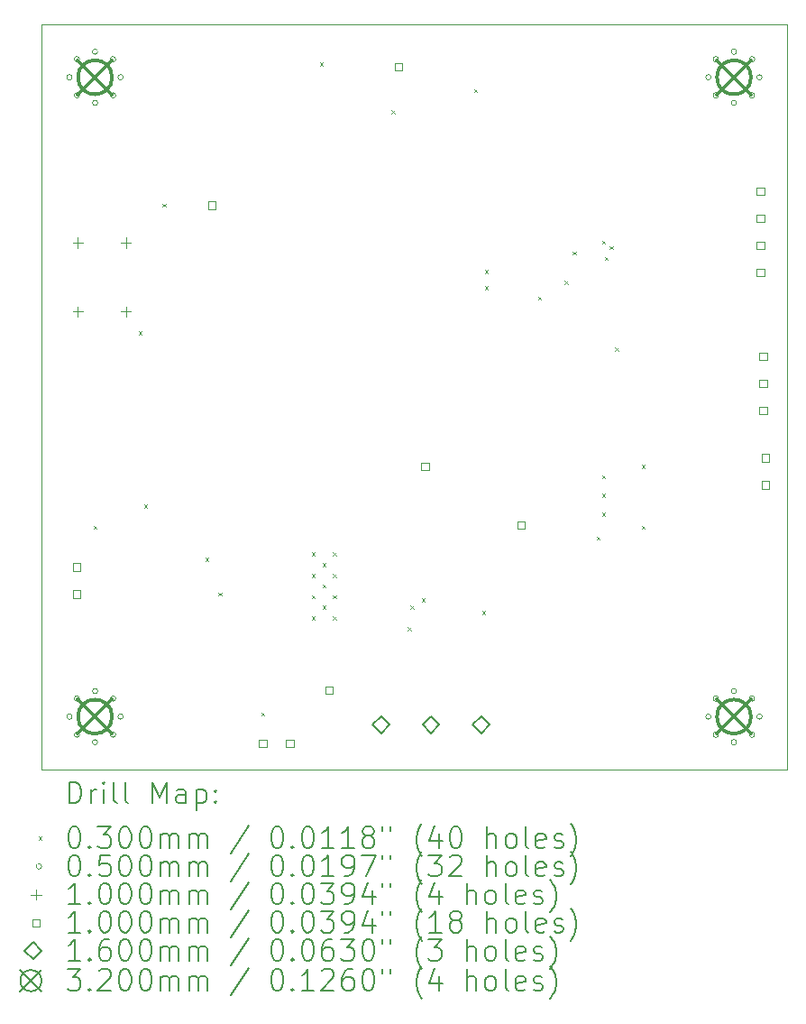
<source format=gbr>
%TF.GenerationSoftware,KiCad,Pcbnew,9.0.1*%
%TF.CreationDate,2025-04-02T11:20:32-04:00*%
%TF.ProjectId,Colossus_TI_rev_A,436f6c6f-7373-4757-935f-54495f726576,rev?*%
%TF.SameCoordinates,Original*%
%TF.FileFunction,Drillmap*%
%TF.FilePolarity,Positive*%
%FSLAX45Y45*%
G04 Gerber Fmt 4.5, Leading zero omitted, Abs format (unit mm)*
G04 Created by KiCad (PCBNEW 9.0.1) date 2025-04-02 11:20:32*
%MOMM*%
%LPD*%
G01*
G04 APERTURE LIST*
%ADD10C,0.038100*%
%ADD11C,0.200000*%
%ADD12C,0.100000*%
%ADD13C,0.160020*%
%ADD14C,0.320000*%
G04 APERTURE END LIST*
D10*
X5000000Y-5000000D02*
X12000000Y-5000000D01*
X12000000Y-12000000D01*
X5000000Y-12000000D01*
X5000000Y-5000000D01*
D11*
D12*
X5485000Y-9710000D02*
X5515000Y-9740000D01*
X5515000Y-9710000D02*
X5485000Y-9740000D01*
X5910000Y-7885000D02*
X5940000Y-7915000D01*
X5940000Y-7885000D02*
X5910000Y-7915000D01*
X5960000Y-9510000D02*
X5990000Y-9540000D01*
X5990000Y-9510000D02*
X5960000Y-9540000D01*
X6135000Y-6685000D02*
X6165000Y-6715000D01*
X6165000Y-6685000D02*
X6135000Y-6715000D01*
X6535000Y-10010000D02*
X6565000Y-10040000D01*
X6565000Y-10010000D02*
X6535000Y-10040000D01*
X6660000Y-10335000D02*
X6690000Y-10365000D01*
X6690000Y-10335000D02*
X6660000Y-10365000D01*
X7060000Y-11460000D02*
X7090000Y-11490000D01*
X7090000Y-11460000D02*
X7060000Y-11490000D01*
X7535000Y-9960000D02*
X7565000Y-9990000D01*
X7565000Y-9960000D02*
X7535000Y-9990000D01*
X7535000Y-10160000D02*
X7565000Y-10190000D01*
X7565000Y-10160000D02*
X7535000Y-10190000D01*
X7535000Y-10360000D02*
X7565000Y-10390000D01*
X7565000Y-10360000D02*
X7535000Y-10390000D01*
X7535000Y-10560000D02*
X7565000Y-10590000D01*
X7565000Y-10560000D02*
X7535000Y-10590000D01*
X7610000Y-5360000D02*
X7640000Y-5390000D01*
X7640000Y-5360000D02*
X7610000Y-5390000D01*
X7635000Y-10060000D02*
X7665000Y-10090000D01*
X7665000Y-10060000D02*
X7635000Y-10090000D01*
X7635000Y-10260000D02*
X7665000Y-10290000D01*
X7665000Y-10260000D02*
X7635000Y-10290000D01*
X7635000Y-10460000D02*
X7665000Y-10490000D01*
X7665000Y-10460000D02*
X7635000Y-10490000D01*
X7735000Y-9960000D02*
X7765000Y-9990000D01*
X7765000Y-9960000D02*
X7735000Y-9990000D01*
X7735000Y-10160000D02*
X7765000Y-10190000D01*
X7765000Y-10160000D02*
X7735000Y-10190000D01*
X7735000Y-10360000D02*
X7765000Y-10390000D01*
X7765000Y-10360000D02*
X7735000Y-10390000D01*
X7735000Y-10560000D02*
X7765000Y-10590000D01*
X7765000Y-10560000D02*
X7735000Y-10590000D01*
X8285000Y-5810000D02*
X8315000Y-5840000D01*
X8315000Y-5810000D02*
X8285000Y-5840000D01*
X8435000Y-10660000D02*
X8465000Y-10690000D01*
X8465000Y-10660000D02*
X8435000Y-10690000D01*
X8460000Y-10460000D02*
X8490000Y-10490000D01*
X8490000Y-10460000D02*
X8460000Y-10490000D01*
X8568085Y-10390587D02*
X8598085Y-10420587D01*
X8598085Y-10390587D02*
X8568085Y-10420587D01*
X9060000Y-5610000D02*
X9090000Y-5640000D01*
X9090000Y-5610000D02*
X9060000Y-5640000D01*
X9135000Y-10510000D02*
X9165000Y-10540000D01*
X9165000Y-10510000D02*
X9135000Y-10540000D01*
X9160000Y-7310000D02*
X9190000Y-7340000D01*
X9190000Y-7310000D02*
X9160000Y-7340000D01*
X9160000Y-7460000D02*
X9190000Y-7490000D01*
X9190000Y-7460000D02*
X9160000Y-7490000D01*
X9660000Y-7560000D02*
X9690000Y-7590000D01*
X9690000Y-7560000D02*
X9660000Y-7590000D01*
X9910000Y-7410000D02*
X9940000Y-7440000D01*
X9940000Y-7410000D02*
X9910000Y-7440000D01*
X9985000Y-7135000D02*
X10015000Y-7165000D01*
X10015000Y-7135000D02*
X9985000Y-7165000D01*
X10210000Y-9810000D02*
X10240000Y-9840000D01*
X10240000Y-9810000D02*
X10210000Y-9840000D01*
X10260000Y-7035000D02*
X10290000Y-7065000D01*
X10290000Y-7035000D02*
X10260000Y-7065000D01*
X10260000Y-9235000D02*
X10290000Y-9265000D01*
X10290000Y-9235000D02*
X10260000Y-9265000D01*
X10260000Y-9410000D02*
X10290000Y-9440000D01*
X10290000Y-9410000D02*
X10260000Y-9440000D01*
X10260000Y-9585000D02*
X10290000Y-9615000D01*
X10290000Y-9585000D02*
X10260000Y-9615000D01*
X10285000Y-7185000D02*
X10315000Y-7215000D01*
X10315000Y-7185000D02*
X10285000Y-7215000D01*
X10335000Y-7085000D02*
X10365000Y-7115000D01*
X10365000Y-7085000D02*
X10335000Y-7115000D01*
X10385000Y-8035000D02*
X10415000Y-8065000D01*
X10415000Y-8035000D02*
X10385000Y-8065000D01*
X10635000Y-9135000D02*
X10665000Y-9165000D01*
X10665000Y-9135000D02*
X10635000Y-9165000D01*
X10635000Y-9710000D02*
X10665000Y-9740000D01*
X10665000Y-9710000D02*
X10635000Y-9740000D01*
X5285000Y-5500000D02*
G75*
G02*
X5235000Y-5500000I-25000J0D01*
G01*
X5235000Y-5500000D02*
G75*
G02*
X5285000Y-5500000I25000J0D01*
G01*
X5285000Y-11500000D02*
G75*
G02*
X5235000Y-11500000I-25000J0D01*
G01*
X5235000Y-11500000D02*
G75*
G02*
X5285000Y-11500000I25000J0D01*
G01*
X5355294Y-5330294D02*
G75*
G02*
X5305294Y-5330294I-25000J0D01*
G01*
X5305294Y-5330294D02*
G75*
G02*
X5355294Y-5330294I25000J0D01*
G01*
X5355294Y-5669706D02*
G75*
G02*
X5305294Y-5669706I-25000J0D01*
G01*
X5305294Y-5669706D02*
G75*
G02*
X5355294Y-5669706I25000J0D01*
G01*
X5355294Y-11330294D02*
G75*
G02*
X5305294Y-11330294I-25000J0D01*
G01*
X5305294Y-11330294D02*
G75*
G02*
X5355294Y-11330294I25000J0D01*
G01*
X5355294Y-11669706D02*
G75*
G02*
X5305294Y-11669706I-25000J0D01*
G01*
X5305294Y-11669706D02*
G75*
G02*
X5355294Y-11669706I25000J0D01*
G01*
X5525000Y-5260000D02*
G75*
G02*
X5475000Y-5260000I-25000J0D01*
G01*
X5475000Y-5260000D02*
G75*
G02*
X5525000Y-5260000I25000J0D01*
G01*
X5525000Y-5740000D02*
G75*
G02*
X5475000Y-5740000I-25000J0D01*
G01*
X5475000Y-5740000D02*
G75*
G02*
X5525000Y-5740000I25000J0D01*
G01*
X5525000Y-11260000D02*
G75*
G02*
X5475000Y-11260000I-25000J0D01*
G01*
X5475000Y-11260000D02*
G75*
G02*
X5525000Y-11260000I25000J0D01*
G01*
X5525000Y-11740000D02*
G75*
G02*
X5475000Y-11740000I-25000J0D01*
G01*
X5475000Y-11740000D02*
G75*
G02*
X5525000Y-11740000I25000J0D01*
G01*
X5694706Y-5330294D02*
G75*
G02*
X5644706Y-5330294I-25000J0D01*
G01*
X5644706Y-5330294D02*
G75*
G02*
X5694706Y-5330294I25000J0D01*
G01*
X5694706Y-5669706D02*
G75*
G02*
X5644706Y-5669706I-25000J0D01*
G01*
X5644706Y-5669706D02*
G75*
G02*
X5694706Y-5669706I25000J0D01*
G01*
X5694706Y-11330294D02*
G75*
G02*
X5644706Y-11330294I-25000J0D01*
G01*
X5644706Y-11330294D02*
G75*
G02*
X5694706Y-11330294I25000J0D01*
G01*
X5694706Y-11669706D02*
G75*
G02*
X5644706Y-11669706I-25000J0D01*
G01*
X5644706Y-11669706D02*
G75*
G02*
X5694706Y-11669706I25000J0D01*
G01*
X5765000Y-5500000D02*
G75*
G02*
X5715000Y-5500000I-25000J0D01*
G01*
X5715000Y-5500000D02*
G75*
G02*
X5765000Y-5500000I25000J0D01*
G01*
X5765000Y-11500000D02*
G75*
G02*
X5715000Y-11500000I-25000J0D01*
G01*
X5715000Y-11500000D02*
G75*
G02*
X5765000Y-11500000I25000J0D01*
G01*
X11285000Y-5500000D02*
G75*
G02*
X11235000Y-5500000I-25000J0D01*
G01*
X11235000Y-5500000D02*
G75*
G02*
X11285000Y-5500000I25000J0D01*
G01*
X11285000Y-11500000D02*
G75*
G02*
X11235000Y-11500000I-25000J0D01*
G01*
X11235000Y-11500000D02*
G75*
G02*
X11285000Y-11500000I25000J0D01*
G01*
X11355294Y-5330294D02*
G75*
G02*
X11305294Y-5330294I-25000J0D01*
G01*
X11305294Y-5330294D02*
G75*
G02*
X11355294Y-5330294I25000J0D01*
G01*
X11355294Y-5669706D02*
G75*
G02*
X11305294Y-5669706I-25000J0D01*
G01*
X11305294Y-5669706D02*
G75*
G02*
X11355294Y-5669706I25000J0D01*
G01*
X11355294Y-11330294D02*
G75*
G02*
X11305294Y-11330294I-25000J0D01*
G01*
X11305294Y-11330294D02*
G75*
G02*
X11355294Y-11330294I25000J0D01*
G01*
X11355294Y-11669706D02*
G75*
G02*
X11305294Y-11669706I-25000J0D01*
G01*
X11305294Y-11669706D02*
G75*
G02*
X11355294Y-11669706I25000J0D01*
G01*
X11525000Y-5260000D02*
G75*
G02*
X11475000Y-5260000I-25000J0D01*
G01*
X11475000Y-5260000D02*
G75*
G02*
X11525000Y-5260000I25000J0D01*
G01*
X11525000Y-5740000D02*
G75*
G02*
X11475000Y-5740000I-25000J0D01*
G01*
X11475000Y-5740000D02*
G75*
G02*
X11525000Y-5740000I25000J0D01*
G01*
X11525000Y-11260000D02*
G75*
G02*
X11475000Y-11260000I-25000J0D01*
G01*
X11475000Y-11260000D02*
G75*
G02*
X11525000Y-11260000I25000J0D01*
G01*
X11525000Y-11740000D02*
G75*
G02*
X11475000Y-11740000I-25000J0D01*
G01*
X11475000Y-11740000D02*
G75*
G02*
X11525000Y-11740000I25000J0D01*
G01*
X11694706Y-5330294D02*
G75*
G02*
X11644706Y-5330294I-25000J0D01*
G01*
X11644706Y-5330294D02*
G75*
G02*
X11694706Y-5330294I25000J0D01*
G01*
X11694706Y-5669706D02*
G75*
G02*
X11644706Y-5669706I-25000J0D01*
G01*
X11644706Y-5669706D02*
G75*
G02*
X11694706Y-5669706I25000J0D01*
G01*
X11694706Y-11330294D02*
G75*
G02*
X11644706Y-11330294I-25000J0D01*
G01*
X11644706Y-11330294D02*
G75*
G02*
X11694706Y-11330294I25000J0D01*
G01*
X11694706Y-11669706D02*
G75*
G02*
X11644706Y-11669706I-25000J0D01*
G01*
X11644706Y-11669706D02*
G75*
G02*
X11694706Y-11669706I25000J0D01*
G01*
X11765000Y-5500000D02*
G75*
G02*
X11715000Y-5500000I-25000J0D01*
G01*
X11715000Y-5500000D02*
G75*
G02*
X11765000Y-5500000I25000J0D01*
G01*
X11765000Y-11500000D02*
G75*
G02*
X11715000Y-11500000I-25000J0D01*
G01*
X11715000Y-11500000D02*
G75*
G02*
X11765000Y-11500000I25000J0D01*
G01*
X5339510Y-7000000D02*
X5339510Y-7100000D01*
X5289510Y-7050000D02*
X5389510Y-7050000D01*
X5339510Y-7650000D02*
X5339510Y-7750000D01*
X5289510Y-7700000D02*
X5389510Y-7700000D01*
X5789510Y-7000000D02*
X5789510Y-7100000D01*
X5739510Y-7050000D02*
X5839510Y-7050000D01*
X5789510Y-7650000D02*
X5789510Y-7750000D01*
X5739510Y-7700000D02*
X5839510Y-7700000D01*
X5360356Y-10131356D02*
X5360356Y-10060644D01*
X5289644Y-10060644D01*
X5289644Y-10131356D01*
X5360356Y-10131356D01*
X5360356Y-10385356D02*
X5360356Y-10314644D01*
X5289644Y-10314644D01*
X5289644Y-10385356D01*
X5360356Y-10385356D01*
X6635356Y-6735356D02*
X6635356Y-6664644D01*
X6564644Y-6664644D01*
X6564644Y-6735356D01*
X6635356Y-6735356D01*
X7110356Y-11785356D02*
X7110356Y-11714644D01*
X7039644Y-11714644D01*
X7039644Y-11785356D01*
X7110356Y-11785356D01*
X7364356Y-11785356D02*
X7364356Y-11714644D01*
X7293644Y-11714644D01*
X7293644Y-11785356D01*
X7364356Y-11785356D01*
X7735356Y-11285356D02*
X7735356Y-11214644D01*
X7664644Y-11214644D01*
X7664644Y-11285356D01*
X7735356Y-11285356D01*
X8385356Y-5435356D02*
X8385356Y-5364644D01*
X8314644Y-5364644D01*
X8314644Y-5435356D01*
X8385356Y-5435356D01*
X8635356Y-9185356D02*
X8635356Y-9114644D01*
X8564644Y-9114644D01*
X8564644Y-9185356D01*
X8635356Y-9185356D01*
X9535356Y-9735356D02*
X9535356Y-9664644D01*
X9464644Y-9664644D01*
X9464644Y-9735356D01*
X9535356Y-9735356D01*
X11785356Y-6605356D02*
X11785356Y-6534644D01*
X11714644Y-6534644D01*
X11714644Y-6605356D01*
X11785356Y-6605356D01*
X11785356Y-6859356D02*
X11785356Y-6788644D01*
X11714644Y-6788644D01*
X11714644Y-6859356D01*
X11785356Y-6859356D01*
X11785356Y-7113356D02*
X11785356Y-7042644D01*
X11714644Y-7042644D01*
X11714644Y-7113356D01*
X11785356Y-7113356D01*
X11785356Y-7367356D02*
X11785356Y-7296644D01*
X11714644Y-7296644D01*
X11714644Y-7367356D01*
X11785356Y-7367356D01*
X11810356Y-8152356D02*
X11810356Y-8081644D01*
X11739644Y-8081644D01*
X11739644Y-8152356D01*
X11810356Y-8152356D01*
X11810356Y-8406356D02*
X11810356Y-8335644D01*
X11739644Y-8335644D01*
X11739644Y-8406356D01*
X11810356Y-8406356D01*
X11810356Y-8660356D02*
X11810356Y-8589644D01*
X11739644Y-8589644D01*
X11739644Y-8660356D01*
X11810356Y-8660356D01*
X11832856Y-9106356D02*
X11832856Y-9035644D01*
X11762144Y-9035644D01*
X11762144Y-9106356D01*
X11832856Y-9106356D01*
X11832856Y-9360356D02*
X11832856Y-9289644D01*
X11762144Y-9289644D01*
X11762144Y-9360356D01*
X11832856Y-9360356D01*
D13*
X8185200Y-11655010D02*
X8265210Y-11575000D01*
X8185200Y-11494990D01*
X8105190Y-11575000D01*
X8185200Y-11655010D01*
X8655100Y-11655010D02*
X8735110Y-11575000D01*
X8655100Y-11494990D01*
X8575090Y-11575000D01*
X8655100Y-11655010D01*
X9125000Y-11655010D02*
X9205010Y-11575000D01*
X9125000Y-11494990D01*
X9044990Y-11575000D01*
X9125000Y-11655010D01*
D14*
X5340000Y-5340000D02*
X5660000Y-5660000D01*
X5660000Y-5340000D02*
X5340000Y-5660000D01*
X5660000Y-5500000D02*
G75*
G02*
X5340000Y-5500000I-160000J0D01*
G01*
X5340000Y-5500000D02*
G75*
G02*
X5660000Y-5500000I160000J0D01*
G01*
X5340000Y-11340000D02*
X5660000Y-11660000D01*
X5660000Y-11340000D02*
X5340000Y-11660000D01*
X5660000Y-11500000D02*
G75*
G02*
X5340000Y-11500000I-160000J0D01*
G01*
X5340000Y-11500000D02*
G75*
G02*
X5660000Y-11500000I160000J0D01*
G01*
X11340000Y-5340000D02*
X11660000Y-5660000D01*
X11660000Y-5340000D02*
X11340000Y-5660000D01*
X11660000Y-5500000D02*
G75*
G02*
X11340000Y-5500000I-160000J0D01*
G01*
X11340000Y-5500000D02*
G75*
G02*
X11660000Y-5500000I160000J0D01*
G01*
X11340000Y-11340000D02*
X11660000Y-11660000D01*
X11660000Y-11340000D02*
X11340000Y-11660000D01*
X11660000Y-11500000D02*
G75*
G02*
X11340000Y-11500000I-160000J0D01*
G01*
X11340000Y-11500000D02*
G75*
G02*
X11660000Y-11500000I160000J0D01*
G01*
D11*
X5258872Y-12313389D02*
X5258872Y-12113389D01*
X5258872Y-12113389D02*
X5306491Y-12113389D01*
X5306491Y-12113389D02*
X5335062Y-12122913D01*
X5335062Y-12122913D02*
X5354110Y-12141960D01*
X5354110Y-12141960D02*
X5363634Y-12161008D01*
X5363634Y-12161008D02*
X5373158Y-12199103D01*
X5373158Y-12199103D02*
X5373158Y-12227674D01*
X5373158Y-12227674D02*
X5363634Y-12265770D01*
X5363634Y-12265770D02*
X5354110Y-12284817D01*
X5354110Y-12284817D02*
X5335062Y-12303865D01*
X5335062Y-12303865D02*
X5306491Y-12313389D01*
X5306491Y-12313389D02*
X5258872Y-12313389D01*
X5458872Y-12313389D02*
X5458872Y-12180055D01*
X5458872Y-12218151D02*
X5468396Y-12199103D01*
X5468396Y-12199103D02*
X5477919Y-12189579D01*
X5477919Y-12189579D02*
X5496967Y-12180055D01*
X5496967Y-12180055D02*
X5516015Y-12180055D01*
X5582681Y-12313389D02*
X5582681Y-12180055D01*
X5582681Y-12113389D02*
X5573158Y-12122913D01*
X5573158Y-12122913D02*
X5582681Y-12132436D01*
X5582681Y-12132436D02*
X5592205Y-12122913D01*
X5592205Y-12122913D02*
X5582681Y-12113389D01*
X5582681Y-12113389D02*
X5582681Y-12132436D01*
X5706491Y-12313389D02*
X5687443Y-12303865D01*
X5687443Y-12303865D02*
X5677919Y-12284817D01*
X5677919Y-12284817D02*
X5677919Y-12113389D01*
X5811253Y-12313389D02*
X5792205Y-12303865D01*
X5792205Y-12303865D02*
X5782681Y-12284817D01*
X5782681Y-12284817D02*
X5782681Y-12113389D01*
X6039824Y-12313389D02*
X6039824Y-12113389D01*
X6039824Y-12113389D02*
X6106491Y-12256246D01*
X6106491Y-12256246D02*
X6173157Y-12113389D01*
X6173157Y-12113389D02*
X6173157Y-12313389D01*
X6354110Y-12313389D02*
X6354110Y-12208627D01*
X6354110Y-12208627D02*
X6344586Y-12189579D01*
X6344586Y-12189579D02*
X6325538Y-12180055D01*
X6325538Y-12180055D02*
X6287443Y-12180055D01*
X6287443Y-12180055D02*
X6268396Y-12189579D01*
X6354110Y-12303865D02*
X6335062Y-12313389D01*
X6335062Y-12313389D02*
X6287443Y-12313389D01*
X6287443Y-12313389D02*
X6268396Y-12303865D01*
X6268396Y-12303865D02*
X6258872Y-12284817D01*
X6258872Y-12284817D02*
X6258872Y-12265770D01*
X6258872Y-12265770D02*
X6268396Y-12246722D01*
X6268396Y-12246722D02*
X6287443Y-12237198D01*
X6287443Y-12237198D02*
X6335062Y-12237198D01*
X6335062Y-12237198D02*
X6354110Y-12227674D01*
X6449348Y-12180055D02*
X6449348Y-12380055D01*
X6449348Y-12189579D02*
X6468396Y-12180055D01*
X6468396Y-12180055D02*
X6506491Y-12180055D01*
X6506491Y-12180055D02*
X6525538Y-12189579D01*
X6525538Y-12189579D02*
X6535062Y-12199103D01*
X6535062Y-12199103D02*
X6544586Y-12218151D01*
X6544586Y-12218151D02*
X6544586Y-12275293D01*
X6544586Y-12275293D02*
X6535062Y-12294341D01*
X6535062Y-12294341D02*
X6525538Y-12303865D01*
X6525538Y-12303865D02*
X6506491Y-12313389D01*
X6506491Y-12313389D02*
X6468396Y-12313389D01*
X6468396Y-12313389D02*
X6449348Y-12303865D01*
X6630300Y-12294341D02*
X6639824Y-12303865D01*
X6639824Y-12303865D02*
X6630300Y-12313389D01*
X6630300Y-12313389D02*
X6620777Y-12303865D01*
X6620777Y-12303865D02*
X6630300Y-12294341D01*
X6630300Y-12294341D02*
X6630300Y-12313389D01*
X6630300Y-12189579D02*
X6639824Y-12199103D01*
X6639824Y-12199103D02*
X6630300Y-12208627D01*
X6630300Y-12208627D02*
X6620777Y-12199103D01*
X6620777Y-12199103D02*
X6630300Y-12189579D01*
X6630300Y-12189579D02*
X6630300Y-12208627D01*
D12*
X4968095Y-12626905D02*
X4998095Y-12656905D01*
X4998095Y-12626905D02*
X4968095Y-12656905D01*
D11*
X5296967Y-12533389D02*
X5316015Y-12533389D01*
X5316015Y-12533389D02*
X5335062Y-12542913D01*
X5335062Y-12542913D02*
X5344586Y-12552436D01*
X5344586Y-12552436D02*
X5354110Y-12571484D01*
X5354110Y-12571484D02*
X5363634Y-12609579D01*
X5363634Y-12609579D02*
X5363634Y-12657198D01*
X5363634Y-12657198D02*
X5354110Y-12695293D01*
X5354110Y-12695293D02*
X5344586Y-12714341D01*
X5344586Y-12714341D02*
X5335062Y-12723865D01*
X5335062Y-12723865D02*
X5316015Y-12733389D01*
X5316015Y-12733389D02*
X5296967Y-12733389D01*
X5296967Y-12733389D02*
X5277919Y-12723865D01*
X5277919Y-12723865D02*
X5268396Y-12714341D01*
X5268396Y-12714341D02*
X5258872Y-12695293D01*
X5258872Y-12695293D02*
X5249348Y-12657198D01*
X5249348Y-12657198D02*
X5249348Y-12609579D01*
X5249348Y-12609579D02*
X5258872Y-12571484D01*
X5258872Y-12571484D02*
X5268396Y-12552436D01*
X5268396Y-12552436D02*
X5277919Y-12542913D01*
X5277919Y-12542913D02*
X5296967Y-12533389D01*
X5449348Y-12714341D02*
X5458872Y-12723865D01*
X5458872Y-12723865D02*
X5449348Y-12733389D01*
X5449348Y-12733389D02*
X5439824Y-12723865D01*
X5439824Y-12723865D02*
X5449348Y-12714341D01*
X5449348Y-12714341D02*
X5449348Y-12733389D01*
X5525539Y-12533389D02*
X5649348Y-12533389D01*
X5649348Y-12533389D02*
X5582681Y-12609579D01*
X5582681Y-12609579D02*
X5611253Y-12609579D01*
X5611253Y-12609579D02*
X5630300Y-12619103D01*
X5630300Y-12619103D02*
X5639824Y-12628627D01*
X5639824Y-12628627D02*
X5649348Y-12647674D01*
X5649348Y-12647674D02*
X5649348Y-12695293D01*
X5649348Y-12695293D02*
X5639824Y-12714341D01*
X5639824Y-12714341D02*
X5630300Y-12723865D01*
X5630300Y-12723865D02*
X5611253Y-12733389D01*
X5611253Y-12733389D02*
X5554110Y-12733389D01*
X5554110Y-12733389D02*
X5535062Y-12723865D01*
X5535062Y-12723865D02*
X5525539Y-12714341D01*
X5773157Y-12533389D02*
X5792205Y-12533389D01*
X5792205Y-12533389D02*
X5811253Y-12542913D01*
X5811253Y-12542913D02*
X5820777Y-12552436D01*
X5820777Y-12552436D02*
X5830300Y-12571484D01*
X5830300Y-12571484D02*
X5839824Y-12609579D01*
X5839824Y-12609579D02*
X5839824Y-12657198D01*
X5839824Y-12657198D02*
X5830300Y-12695293D01*
X5830300Y-12695293D02*
X5820777Y-12714341D01*
X5820777Y-12714341D02*
X5811253Y-12723865D01*
X5811253Y-12723865D02*
X5792205Y-12733389D01*
X5792205Y-12733389D02*
X5773157Y-12733389D01*
X5773157Y-12733389D02*
X5754110Y-12723865D01*
X5754110Y-12723865D02*
X5744586Y-12714341D01*
X5744586Y-12714341D02*
X5735062Y-12695293D01*
X5735062Y-12695293D02*
X5725538Y-12657198D01*
X5725538Y-12657198D02*
X5725538Y-12609579D01*
X5725538Y-12609579D02*
X5735062Y-12571484D01*
X5735062Y-12571484D02*
X5744586Y-12552436D01*
X5744586Y-12552436D02*
X5754110Y-12542913D01*
X5754110Y-12542913D02*
X5773157Y-12533389D01*
X5963634Y-12533389D02*
X5982681Y-12533389D01*
X5982681Y-12533389D02*
X6001729Y-12542913D01*
X6001729Y-12542913D02*
X6011253Y-12552436D01*
X6011253Y-12552436D02*
X6020777Y-12571484D01*
X6020777Y-12571484D02*
X6030300Y-12609579D01*
X6030300Y-12609579D02*
X6030300Y-12657198D01*
X6030300Y-12657198D02*
X6020777Y-12695293D01*
X6020777Y-12695293D02*
X6011253Y-12714341D01*
X6011253Y-12714341D02*
X6001729Y-12723865D01*
X6001729Y-12723865D02*
X5982681Y-12733389D01*
X5982681Y-12733389D02*
X5963634Y-12733389D01*
X5963634Y-12733389D02*
X5944586Y-12723865D01*
X5944586Y-12723865D02*
X5935062Y-12714341D01*
X5935062Y-12714341D02*
X5925538Y-12695293D01*
X5925538Y-12695293D02*
X5916015Y-12657198D01*
X5916015Y-12657198D02*
X5916015Y-12609579D01*
X5916015Y-12609579D02*
X5925538Y-12571484D01*
X5925538Y-12571484D02*
X5935062Y-12552436D01*
X5935062Y-12552436D02*
X5944586Y-12542913D01*
X5944586Y-12542913D02*
X5963634Y-12533389D01*
X6116015Y-12733389D02*
X6116015Y-12600055D01*
X6116015Y-12619103D02*
X6125538Y-12609579D01*
X6125538Y-12609579D02*
X6144586Y-12600055D01*
X6144586Y-12600055D02*
X6173158Y-12600055D01*
X6173158Y-12600055D02*
X6192205Y-12609579D01*
X6192205Y-12609579D02*
X6201729Y-12628627D01*
X6201729Y-12628627D02*
X6201729Y-12733389D01*
X6201729Y-12628627D02*
X6211253Y-12609579D01*
X6211253Y-12609579D02*
X6230300Y-12600055D01*
X6230300Y-12600055D02*
X6258872Y-12600055D01*
X6258872Y-12600055D02*
X6277919Y-12609579D01*
X6277919Y-12609579D02*
X6287443Y-12628627D01*
X6287443Y-12628627D02*
X6287443Y-12733389D01*
X6382681Y-12733389D02*
X6382681Y-12600055D01*
X6382681Y-12619103D02*
X6392205Y-12609579D01*
X6392205Y-12609579D02*
X6411253Y-12600055D01*
X6411253Y-12600055D02*
X6439824Y-12600055D01*
X6439824Y-12600055D02*
X6458872Y-12609579D01*
X6458872Y-12609579D02*
X6468396Y-12628627D01*
X6468396Y-12628627D02*
X6468396Y-12733389D01*
X6468396Y-12628627D02*
X6477919Y-12609579D01*
X6477919Y-12609579D02*
X6496967Y-12600055D01*
X6496967Y-12600055D02*
X6525538Y-12600055D01*
X6525538Y-12600055D02*
X6544586Y-12609579D01*
X6544586Y-12609579D02*
X6554110Y-12628627D01*
X6554110Y-12628627D02*
X6554110Y-12733389D01*
X6944586Y-12523865D02*
X6773158Y-12781008D01*
X7201729Y-12533389D02*
X7220777Y-12533389D01*
X7220777Y-12533389D02*
X7239824Y-12542913D01*
X7239824Y-12542913D02*
X7249348Y-12552436D01*
X7249348Y-12552436D02*
X7258872Y-12571484D01*
X7258872Y-12571484D02*
X7268396Y-12609579D01*
X7268396Y-12609579D02*
X7268396Y-12657198D01*
X7268396Y-12657198D02*
X7258872Y-12695293D01*
X7258872Y-12695293D02*
X7249348Y-12714341D01*
X7249348Y-12714341D02*
X7239824Y-12723865D01*
X7239824Y-12723865D02*
X7220777Y-12733389D01*
X7220777Y-12733389D02*
X7201729Y-12733389D01*
X7201729Y-12733389D02*
X7182681Y-12723865D01*
X7182681Y-12723865D02*
X7173158Y-12714341D01*
X7173158Y-12714341D02*
X7163634Y-12695293D01*
X7163634Y-12695293D02*
X7154110Y-12657198D01*
X7154110Y-12657198D02*
X7154110Y-12609579D01*
X7154110Y-12609579D02*
X7163634Y-12571484D01*
X7163634Y-12571484D02*
X7173158Y-12552436D01*
X7173158Y-12552436D02*
X7182681Y-12542913D01*
X7182681Y-12542913D02*
X7201729Y-12533389D01*
X7354110Y-12714341D02*
X7363634Y-12723865D01*
X7363634Y-12723865D02*
X7354110Y-12733389D01*
X7354110Y-12733389D02*
X7344586Y-12723865D01*
X7344586Y-12723865D02*
X7354110Y-12714341D01*
X7354110Y-12714341D02*
X7354110Y-12733389D01*
X7487443Y-12533389D02*
X7506491Y-12533389D01*
X7506491Y-12533389D02*
X7525539Y-12542913D01*
X7525539Y-12542913D02*
X7535062Y-12552436D01*
X7535062Y-12552436D02*
X7544586Y-12571484D01*
X7544586Y-12571484D02*
X7554110Y-12609579D01*
X7554110Y-12609579D02*
X7554110Y-12657198D01*
X7554110Y-12657198D02*
X7544586Y-12695293D01*
X7544586Y-12695293D02*
X7535062Y-12714341D01*
X7535062Y-12714341D02*
X7525539Y-12723865D01*
X7525539Y-12723865D02*
X7506491Y-12733389D01*
X7506491Y-12733389D02*
X7487443Y-12733389D01*
X7487443Y-12733389D02*
X7468396Y-12723865D01*
X7468396Y-12723865D02*
X7458872Y-12714341D01*
X7458872Y-12714341D02*
X7449348Y-12695293D01*
X7449348Y-12695293D02*
X7439824Y-12657198D01*
X7439824Y-12657198D02*
X7439824Y-12609579D01*
X7439824Y-12609579D02*
X7449348Y-12571484D01*
X7449348Y-12571484D02*
X7458872Y-12552436D01*
X7458872Y-12552436D02*
X7468396Y-12542913D01*
X7468396Y-12542913D02*
X7487443Y-12533389D01*
X7744586Y-12733389D02*
X7630301Y-12733389D01*
X7687443Y-12733389D02*
X7687443Y-12533389D01*
X7687443Y-12533389D02*
X7668396Y-12561960D01*
X7668396Y-12561960D02*
X7649348Y-12581008D01*
X7649348Y-12581008D02*
X7630301Y-12590532D01*
X7935062Y-12733389D02*
X7820777Y-12733389D01*
X7877920Y-12733389D02*
X7877920Y-12533389D01*
X7877920Y-12533389D02*
X7858872Y-12561960D01*
X7858872Y-12561960D02*
X7839824Y-12581008D01*
X7839824Y-12581008D02*
X7820777Y-12590532D01*
X8049348Y-12619103D02*
X8030301Y-12609579D01*
X8030301Y-12609579D02*
X8020777Y-12600055D01*
X8020777Y-12600055D02*
X8011253Y-12581008D01*
X8011253Y-12581008D02*
X8011253Y-12571484D01*
X8011253Y-12571484D02*
X8020777Y-12552436D01*
X8020777Y-12552436D02*
X8030301Y-12542913D01*
X8030301Y-12542913D02*
X8049348Y-12533389D01*
X8049348Y-12533389D02*
X8087443Y-12533389D01*
X8087443Y-12533389D02*
X8106491Y-12542913D01*
X8106491Y-12542913D02*
X8116015Y-12552436D01*
X8116015Y-12552436D02*
X8125539Y-12571484D01*
X8125539Y-12571484D02*
X8125539Y-12581008D01*
X8125539Y-12581008D02*
X8116015Y-12600055D01*
X8116015Y-12600055D02*
X8106491Y-12609579D01*
X8106491Y-12609579D02*
X8087443Y-12619103D01*
X8087443Y-12619103D02*
X8049348Y-12619103D01*
X8049348Y-12619103D02*
X8030301Y-12628627D01*
X8030301Y-12628627D02*
X8020777Y-12638151D01*
X8020777Y-12638151D02*
X8011253Y-12657198D01*
X8011253Y-12657198D02*
X8011253Y-12695293D01*
X8011253Y-12695293D02*
X8020777Y-12714341D01*
X8020777Y-12714341D02*
X8030301Y-12723865D01*
X8030301Y-12723865D02*
X8049348Y-12733389D01*
X8049348Y-12733389D02*
X8087443Y-12733389D01*
X8087443Y-12733389D02*
X8106491Y-12723865D01*
X8106491Y-12723865D02*
X8116015Y-12714341D01*
X8116015Y-12714341D02*
X8125539Y-12695293D01*
X8125539Y-12695293D02*
X8125539Y-12657198D01*
X8125539Y-12657198D02*
X8116015Y-12638151D01*
X8116015Y-12638151D02*
X8106491Y-12628627D01*
X8106491Y-12628627D02*
X8087443Y-12619103D01*
X8201729Y-12533389D02*
X8201729Y-12571484D01*
X8277920Y-12533389D02*
X8277920Y-12571484D01*
X8573158Y-12809579D02*
X8563634Y-12800055D01*
X8563634Y-12800055D02*
X8544586Y-12771484D01*
X8544586Y-12771484D02*
X8535063Y-12752436D01*
X8535063Y-12752436D02*
X8525539Y-12723865D01*
X8525539Y-12723865D02*
X8516015Y-12676246D01*
X8516015Y-12676246D02*
X8516015Y-12638151D01*
X8516015Y-12638151D02*
X8525539Y-12590532D01*
X8525539Y-12590532D02*
X8535063Y-12561960D01*
X8535063Y-12561960D02*
X8544586Y-12542913D01*
X8544586Y-12542913D02*
X8563634Y-12514341D01*
X8563634Y-12514341D02*
X8573158Y-12504817D01*
X8735063Y-12600055D02*
X8735063Y-12733389D01*
X8687444Y-12523865D02*
X8639825Y-12666722D01*
X8639825Y-12666722D02*
X8763634Y-12666722D01*
X8877920Y-12533389D02*
X8896967Y-12533389D01*
X8896967Y-12533389D02*
X8916015Y-12542913D01*
X8916015Y-12542913D02*
X8925539Y-12552436D01*
X8925539Y-12552436D02*
X8935063Y-12571484D01*
X8935063Y-12571484D02*
X8944586Y-12609579D01*
X8944586Y-12609579D02*
X8944586Y-12657198D01*
X8944586Y-12657198D02*
X8935063Y-12695293D01*
X8935063Y-12695293D02*
X8925539Y-12714341D01*
X8925539Y-12714341D02*
X8916015Y-12723865D01*
X8916015Y-12723865D02*
X8896967Y-12733389D01*
X8896967Y-12733389D02*
X8877920Y-12733389D01*
X8877920Y-12733389D02*
X8858872Y-12723865D01*
X8858872Y-12723865D02*
X8849348Y-12714341D01*
X8849348Y-12714341D02*
X8839825Y-12695293D01*
X8839825Y-12695293D02*
X8830301Y-12657198D01*
X8830301Y-12657198D02*
X8830301Y-12609579D01*
X8830301Y-12609579D02*
X8839825Y-12571484D01*
X8839825Y-12571484D02*
X8849348Y-12552436D01*
X8849348Y-12552436D02*
X8858872Y-12542913D01*
X8858872Y-12542913D02*
X8877920Y-12533389D01*
X9182682Y-12733389D02*
X9182682Y-12533389D01*
X9268396Y-12733389D02*
X9268396Y-12628627D01*
X9268396Y-12628627D02*
X9258872Y-12609579D01*
X9258872Y-12609579D02*
X9239825Y-12600055D01*
X9239825Y-12600055D02*
X9211253Y-12600055D01*
X9211253Y-12600055D02*
X9192206Y-12609579D01*
X9192206Y-12609579D02*
X9182682Y-12619103D01*
X9392206Y-12733389D02*
X9373158Y-12723865D01*
X9373158Y-12723865D02*
X9363634Y-12714341D01*
X9363634Y-12714341D02*
X9354110Y-12695293D01*
X9354110Y-12695293D02*
X9354110Y-12638151D01*
X9354110Y-12638151D02*
X9363634Y-12619103D01*
X9363634Y-12619103D02*
X9373158Y-12609579D01*
X9373158Y-12609579D02*
X9392206Y-12600055D01*
X9392206Y-12600055D02*
X9420777Y-12600055D01*
X9420777Y-12600055D02*
X9439825Y-12609579D01*
X9439825Y-12609579D02*
X9449348Y-12619103D01*
X9449348Y-12619103D02*
X9458872Y-12638151D01*
X9458872Y-12638151D02*
X9458872Y-12695293D01*
X9458872Y-12695293D02*
X9449348Y-12714341D01*
X9449348Y-12714341D02*
X9439825Y-12723865D01*
X9439825Y-12723865D02*
X9420777Y-12733389D01*
X9420777Y-12733389D02*
X9392206Y-12733389D01*
X9573158Y-12733389D02*
X9554110Y-12723865D01*
X9554110Y-12723865D02*
X9544587Y-12704817D01*
X9544587Y-12704817D02*
X9544587Y-12533389D01*
X9725539Y-12723865D02*
X9706491Y-12733389D01*
X9706491Y-12733389D02*
X9668396Y-12733389D01*
X9668396Y-12733389D02*
X9649348Y-12723865D01*
X9649348Y-12723865D02*
X9639825Y-12704817D01*
X9639825Y-12704817D02*
X9639825Y-12628627D01*
X9639825Y-12628627D02*
X9649348Y-12609579D01*
X9649348Y-12609579D02*
X9668396Y-12600055D01*
X9668396Y-12600055D02*
X9706491Y-12600055D01*
X9706491Y-12600055D02*
X9725539Y-12609579D01*
X9725539Y-12609579D02*
X9735063Y-12628627D01*
X9735063Y-12628627D02*
X9735063Y-12647674D01*
X9735063Y-12647674D02*
X9639825Y-12666722D01*
X9811253Y-12723865D02*
X9830301Y-12733389D01*
X9830301Y-12733389D02*
X9868396Y-12733389D01*
X9868396Y-12733389D02*
X9887444Y-12723865D01*
X9887444Y-12723865D02*
X9896968Y-12704817D01*
X9896968Y-12704817D02*
X9896968Y-12695293D01*
X9896968Y-12695293D02*
X9887444Y-12676246D01*
X9887444Y-12676246D02*
X9868396Y-12666722D01*
X9868396Y-12666722D02*
X9839825Y-12666722D01*
X9839825Y-12666722D02*
X9820777Y-12657198D01*
X9820777Y-12657198D02*
X9811253Y-12638151D01*
X9811253Y-12638151D02*
X9811253Y-12628627D01*
X9811253Y-12628627D02*
X9820777Y-12609579D01*
X9820777Y-12609579D02*
X9839825Y-12600055D01*
X9839825Y-12600055D02*
X9868396Y-12600055D01*
X9868396Y-12600055D02*
X9887444Y-12609579D01*
X9963634Y-12809579D02*
X9973158Y-12800055D01*
X9973158Y-12800055D02*
X9992206Y-12771484D01*
X9992206Y-12771484D02*
X10001729Y-12752436D01*
X10001729Y-12752436D02*
X10011253Y-12723865D01*
X10011253Y-12723865D02*
X10020777Y-12676246D01*
X10020777Y-12676246D02*
X10020777Y-12638151D01*
X10020777Y-12638151D02*
X10011253Y-12590532D01*
X10011253Y-12590532D02*
X10001729Y-12561960D01*
X10001729Y-12561960D02*
X9992206Y-12542913D01*
X9992206Y-12542913D02*
X9973158Y-12514341D01*
X9973158Y-12514341D02*
X9963634Y-12504817D01*
D12*
X4998095Y-12905905D02*
G75*
G02*
X4948095Y-12905905I-25000J0D01*
G01*
X4948095Y-12905905D02*
G75*
G02*
X4998095Y-12905905I25000J0D01*
G01*
D11*
X5296967Y-12797389D02*
X5316015Y-12797389D01*
X5316015Y-12797389D02*
X5335062Y-12806913D01*
X5335062Y-12806913D02*
X5344586Y-12816436D01*
X5344586Y-12816436D02*
X5354110Y-12835484D01*
X5354110Y-12835484D02*
X5363634Y-12873579D01*
X5363634Y-12873579D02*
X5363634Y-12921198D01*
X5363634Y-12921198D02*
X5354110Y-12959293D01*
X5354110Y-12959293D02*
X5344586Y-12978341D01*
X5344586Y-12978341D02*
X5335062Y-12987865D01*
X5335062Y-12987865D02*
X5316015Y-12997389D01*
X5316015Y-12997389D02*
X5296967Y-12997389D01*
X5296967Y-12997389D02*
X5277919Y-12987865D01*
X5277919Y-12987865D02*
X5268396Y-12978341D01*
X5268396Y-12978341D02*
X5258872Y-12959293D01*
X5258872Y-12959293D02*
X5249348Y-12921198D01*
X5249348Y-12921198D02*
X5249348Y-12873579D01*
X5249348Y-12873579D02*
X5258872Y-12835484D01*
X5258872Y-12835484D02*
X5268396Y-12816436D01*
X5268396Y-12816436D02*
X5277919Y-12806913D01*
X5277919Y-12806913D02*
X5296967Y-12797389D01*
X5449348Y-12978341D02*
X5458872Y-12987865D01*
X5458872Y-12987865D02*
X5449348Y-12997389D01*
X5449348Y-12997389D02*
X5439824Y-12987865D01*
X5439824Y-12987865D02*
X5449348Y-12978341D01*
X5449348Y-12978341D02*
X5449348Y-12997389D01*
X5639824Y-12797389D02*
X5544586Y-12797389D01*
X5544586Y-12797389D02*
X5535062Y-12892627D01*
X5535062Y-12892627D02*
X5544586Y-12883103D01*
X5544586Y-12883103D02*
X5563634Y-12873579D01*
X5563634Y-12873579D02*
X5611253Y-12873579D01*
X5611253Y-12873579D02*
X5630300Y-12883103D01*
X5630300Y-12883103D02*
X5639824Y-12892627D01*
X5639824Y-12892627D02*
X5649348Y-12911674D01*
X5649348Y-12911674D02*
X5649348Y-12959293D01*
X5649348Y-12959293D02*
X5639824Y-12978341D01*
X5639824Y-12978341D02*
X5630300Y-12987865D01*
X5630300Y-12987865D02*
X5611253Y-12997389D01*
X5611253Y-12997389D02*
X5563634Y-12997389D01*
X5563634Y-12997389D02*
X5544586Y-12987865D01*
X5544586Y-12987865D02*
X5535062Y-12978341D01*
X5773157Y-12797389D02*
X5792205Y-12797389D01*
X5792205Y-12797389D02*
X5811253Y-12806913D01*
X5811253Y-12806913D02*
X5820777Y-12816436D01*
X5820777Y-12816436D02*
X5830300Y-12835484D01*
X5830300Y-12835484D02*
X5839824Y-12873579D01*
X5839824Y-12873579D02*
X5839824Y-12921198D01*
X5839824Y-12921198D02*
X5830300Y-12959293D01*
X5830300Y-12959293D02*
X5820777Y-12978341D01*
X5820777Y-12978341D02*
X5811253Y-12987865D01*
X5811253Y-12987865D02*
X5792205Y-12997389D01*
X5792205Y-12997389D02*
X5773157Y-12997389D01*
X5773157Y-12997389D02*
X5754110Y-12987865D01*
X5754110Y-12987865D02*
X5744586Y-12978341D01*
X5744586Y-12978341D02*
X5735062Y-12959293D01*
X5735062Y-12959293D02*
X5725538Y-12921198D01*
X5725538Y-12921198D02*
X5725538Y-12873579D01*
X5725538Y-12873579D02*
X5735062Y-12835484D01*
X5735062Y-12835484D02*
X5744586Y-12816436D01*
X5744586Y-12816436D02*
X5754110Y-12806913D01*
X5754110Y-12806913D02*
X5773157Y-12797389D01*
X5963634Y-12797389D02*
X5982681Y-12797389D01*
X5982681Y-12797389D02*
X6001729Y-12806913D01*
X6001729Y-12806913D02*
X6011253Y-12816436D01*
X6011253Y-12816436D02*
X6020777Y-12835484D01*
X6020777Y-12835484D02*
X6030300Y-12873579D01*
X6030300Y-12873579D02*
X6030300Y-12921198D01*
X6030300Y-12921198D02*
X6020777Y-12959293D01*
X6020777Y-12959293D02*
X6011253Y-12978341D01*
X6011253Y-12978341D02*
X6001729Y-12987865D01*
X6001729Y-12987865D02*
X5982681Y-12997389D01*
X5982681Y-12997389D02*
X5963634Y-12997389D01*
X5963634Y-12997389D02*
X5944586Y-12987865D01*
X5944586Y-12987865D02*
X5935062Y-12978341D01*
X5935062Y-12978341D02*
X5925538Y-12959293D01*
X5925538Y-12959293D02*
X5916015Y-12921198D01*
X5916015Y-12921198D02*
X5916015Y-12873579D01*
X5916015Y-12873579D02*
X5925538Y-12835484D01*
X5925538Y-12835484D02*
X5935062Y-12816436D01*
X5935062Y-12816436D02*
X5944586Y-12806913D01*
X5944586Y-12806913D02*
X5963634Y-12797389D01*
X6116015Y-12997389D02*
X6116015Y-12864055D01*
X6116015Y-12883103D02*
X6125538Y-12873579D01*
X6125538Y-12873579D02*
X6144586Y-12864055D01*
X6144586Y-12864055D02*
X6173158Y-12864055D01*
X6173158Y-12864055D02*
X6192205Y-12873579D01*
X6192205Y-12873579D02*
X6201729Y-12892627D01*
X6201729Y-12892627D02*
X6201729Y-12997389D01*
X6201729Y-12892627D02*
X6211253Y-12873579D01*
X6211253Y-12873579D02*
X6230300Y-12864055D01*
X6230300Y-12864055D02*
X6258872Y-12864055D01*
X6258872Y-12864055D02*
X6277919Y-12873579D01*
X6277919Y-12873579D02*
X6287443Y-12892627D01*
X6287443Y-12892627D02*
X6287443Y-12997389D01*
X6382681Y-12997389D02*
X6382681Y-12864055D01*
X6382681Y-12883103D02*
X6392205Y-12873579D01*
X6392205Y-12873579D02*
X6411253Y-12864055D01*
X6411253Y-12864055D02*
X6439824Y-12864055D01*
X6439824Y-12864055D02*
X6458872Y-12873579D01*
X6458872Y-12873579D02*
X6468396Y-12892627D01*
X6468396Y-12892627D02*
X6468396Y-12997389D01*
X6468396Y-12892627D02*
X6477919Y-12873579D01*
X6477919Y-12873579D02*
X6496967Y-12864055D01*
X6496967Y-12864055D02*
X6525538Y-12864055D01*
X6525538Y-12864055D02*
X6544586Y-12873579D01*
X6544586Y-12873579D02*
X6554110Y-12892627D01*
X6554110Y-12892627D02*
X6554110Y-12997389D01*
X6944586Y-12787865D02*
X6773158Y-13045008D01*
X7201729Y-12797389D02*
X7220777Y-12797389D01*
X7220777Y-12797389D02*
X7239824Y-12806913D01*
X7239824Y-12806913D02*
X7249348Y-12816436D01*
X7249348Y-12816436D02*
X7258872Y-12835484D01*
X7258872Y-12835484D02*
X7268396Y-12873579D01*
X7268396Y-12873579D02*
X7268396Y-12921198D01*
X7268396Y-12921198D02*
X7258872Y-12959293D01*
X7258872Y-12959293D02*
X7249348Y-12978341D01*
X7249348Y-12978341D02*
X7239824Y-12987865D01*
X7239824Y-12987865D02*
X7220777Y-12997389D01*
X7220777Y-12997389D02*
X7201729Y-12997389D01*
X7201729Y-12997389D02*
X7182681Y-12987865D01*
X7182681Y-12987865D02*
X7173158Y-12978341D01*
X7173158Y-12978341D02*
X7163634Y-12959293D01*
X7163634Y-12959293D02*
X7154110Y-12921198D01*
X7154110Y-12921198D02*
X7154110Y-12873579D01*
X7154110Y-12873579D02*
X7163634Y-12835484D01*
X7163634Y-12835484D02*
X7173158Y-12816436D01*
X7173158Y-12816436D02*
X7182681Y-12806913D01*
X7182681Y-12806913D02*
X7201729Y-12797389D01*
X7354110Y-12978341D02*
X7363634Y-12987865D01*
X7363634Y-12987865D02*
X7354110Y-12997389D01*
X7354110Y-12997389D02*
X7344586Y-12987865D01*
X7344586Y-12987865D02*
X7354110Y-12978341D01*
X7354110Y-12978341D02*
X7354110Y-12997389D01*
X7487443Y-12797389D02*
X7506491Y-12797389D01*
X7506491Y-12797389D02*
X7525539Y-12806913D01*
X7525539Y-12806913D02*
X7535062Y-12816436D01*
X7535062Y-12816436D02*
X7544586Y-12835484D01*
X7544586Y-12835484D02*
X7554110Y-12873579D01*
X7554110Y-12873579D02*
X7554110Y-12921198D01*
X7554110Y-12921198D02*
X7544586Y-12959293D01*
X7544586Y-12959293D02*
X7535062Y-12978341D01*
X7535062Y-12978341D02*
X7525539Y-12987865D01*
X7525539Y-12987865D02*
X7506491Y-12997389D01*
X7506491Y-12997389D02*
X7487443Y-12997389D01*
X7487443Y-12997389D02*
X7468396Y-12987865D01*
X7468396Y-12987865D02*
X7458872Y-12978341D01*
X7458872Y-12978341D02*
X7449348Y-12959293D01*
X7449348Y-12959293D02*
X7439824Y-12921198D01*
X7439824Y-12921198D02*
X7439824Y-12873579D01*
X7439824Y-12873579D02*
X7449348Y-12835484D01*
X7449348Y-12835484D02*
X7458872Y-12816436D01*
X7458872Y-12816436D02*
X7468396Y-12806913D01*
X7468396Y-12806913D02*
X7487443Y-12797389D01*
X7744586Y-12997389D02*
X7630301Y-12997389D01*
X7687443Y-12997389D02*
X7687443Y-12797389D01*
X7687443Y-12797389D02*
X7668396Y-12825960D01*
X7668396Y-12825960D02*
X7649348Y-12845008D01*
X7649348Y-12845008D02*
X7630301Y-12854532D01*
X7839824Y-12997389D02*
X7877920Y-12997389D01*
X7877920Y-12997389D02*
X7896967Y-12987865D01*
X7896967Y-12987865D02*
X7906491Y-12978341D01*
X7906491Y-12978341D02*
X7925539Y-12949770D01*
X7925539Y-12949770D02*
X7935062Y-12911674D01*
X7935062Y-12911674D02*
X7935062Y-12835484D01*
X7935062Y-12835484D02*
X7925539Y-12816436D01*
X7925539Y-12816436D02*
X7916015Y-12806913D01*
X7916015Y-12806913D02*
X7896967Y-12797389D01*
X7896967Y-12797389D02*
X7858872Y-12797389D01*
X7858872Y-12797389D02*
X7839824Y-12806913D01*
X7839824Y-12806913D02*
X7830301Y-12816436D01*
X7830301Y-12816436D02*
X7820777Y-12835484D01*
X7820777Y-12835484D02*
X7820777Y-12883103D01*
X7820777Y-12883103D02*
X7830301Y-12902151D01*
X7830301Y-12902151D02*
X7839824Y-12911674D01*
X7839824Y-12911674D02*
X7858872Y-12921198D01*
X7858872Y-12921198D02*
X7896967Y-12921198D01*
X7896967Y-12921198D02*
X7916015Y-12911674D01*
X7916015Y-12911674D02*
X7925539Y-12902151D01*
X7925539Y-12902151D02*
X7935062Y-12883103D01*
X8001729Y-12797389D02*
X8135062Y-12797389D01*
X8135062Y-12797389D02*
X8049348Y-12997389D01*
X8201729Y-12797389D02*
X8201729Y-12835484D01*
X8277920Y-12797389D02*
X8277920Y-12835484D01*
X8573158Y-13073579D02*
X8563634Y-13064055D01*
X8563634Y-13064055D02*
X8544586Y-13035484D01*
X8544586Y-13035484D02*
X8535063Y-13016436D01*
X8535063Y-13016436D02*
X8525539Y-12987865D01*
X8525539Y-12987865D02*
X8516015Y-12940246D01*
X8516015Y-12940246D02*
X8516015Y-12902151D01*
X8516015Y-12902151D02*
X8525539Y-12854532D01*
X8525539Y-12854532D02*
X8535063Y-12825960D01*
X8535063Y-12825960D02*
X8544586Y-12806913D01*
X8544586Y-12806913D02*
X8563634Y-12778341D01*
X8563634Y-12778341D02*
X8573158Y-12768817D01*
X8630301Y-12797389D02*
X8754110Y-12797389D01*
X8754110Y-12797389D02*
X8687444Y-12873579D01*
X8687444Y-12873579D02*
X8716015Y-12873579D01*
X8716015Y-12873579D02*
X8735063Y-12883103D01*
X8735063Y-12883103D02*
X8744586Y-12892627D01*
X8744586Y-12892627D02*
X8754110Y-12911674D01*
X8754110Y-12911674D02*
X8754110Y-12959293D01*
X8754110Y-12959293D02*
X8744586Y-12978341D01*
X8744586Y-12978341D02*
X8735063Y-12987865D01*
X8735063Y-12987865D02*
X8716015Y-12997389D01*
X8716015Y-12997389D02*
X8658872Y-12997389D01*
X8658872Y-12997389D02*
X8639825Y-12987865D01*
X8639825Y-12987865D02*
X8630301Y-12978341D01*
X8830301Y-12816436D02*
X8839825Y-12806913D01*
X8839825Y-12806913D02*
X8858872Y-12797389D01*
X8858872Y-12797389D02*
X8906491Y-12797389D01*
X8906491Y-12797389D02*
X8925539Y-12806913D01*
X8925539Y-12806913D02*
X8935063Y-12816436D01*
X8935063Y-12816436D02*
X8944586Y-12835484D01*
X8944586Y-12835484D02*
X8944586Y-12854532D01*
X8944586Y-12854532D02*
X8935063Y-12883103D01*
X8935063Y-12883103D02*
X8820777Y-12997389D01*
X8820777Y-12997389D02*
X8944586Y-12997389D01*
X9182682Y-12997389D02*
X9182682Y-12797389D01*
X9268396Y-12997389D02*
X9268396Y-12892627D01*
X9268396Y-12892627D02*
X9258872Y-12873579D01*
X9258872Y-12873579D02*
X9239825Y-12864055D01*
X9239825Y-12864055D02*
X9211253Y-12864055D01*
X9211253Y-12864055D02*
X9192206Y-12873579D01*
X9192206Y-12873579D02*
X9182682Y-12883103D01*
X9392206Y-12997389D02*
X9373158Y-12987865D01*
X9373158Y-12987865D02*
X9363634Y-12978341D01*
X9363634Y-12978341D02*
X9354110Y-12959293D01*
X9354110Y-12959293D02*
X9354110Y-12902151D01*
X9354110Y-12902151D02*
X9363634Y-12883103D01*
X9363634Y-12883103D02*
X9373158Y-12873579D01*
X9373158Y-12873579D02*
X9392206Y-12864055D01*
X9392206Y-12864055D02*
X9420777Y-12864055D01*
X9420777Y-12864055D02*
X9439825Y-12873579D01*
X9439825Y-12873579D02*
X9449348Y-12883103D01*
X9449348Y-12883103D02*
X9458872Y-12902151D01*
X9458872Y-12902151D02*
X9458872Y-12959293D01*
X9458872Y-12959293D02*
X9449348Y-12978341D01*
X9449348Y-12978341D02*
X9439825Y-12987865D01*
X9439825Y-12987865D02*
X9420777Y-12997389D01*
X9420777Y-12997389D02*
X9392206Y-12997389D01*
X9573158Y-12997389D02*
X9554110Y-12987865D01*
X9554110Y-12987865D02*
X9544587Y-12968817D01*
X9544587Y-12968817D02*
X9544587Y-12797389D01*
X9725539Y-12987865D02*
X9706491Y-12997389D01*
X9706491Y-12997389D02*
X9668396Y-12997389D01*
X9668396Y-12997389D02*
X9649348Y-12987865D01*
X9649348Y-12987865D02*
X9639825Y-12968817D01*
X9639825Y-12968817D02*
X9639825Y-12892627D01*
X9639825Y-12892627D02*
X9649348Y-12873579D01*
X9649348Y-12873579D02*
X9668396Y-12864055D01*
X9668396Y-12864055D02*
X9706491Y-12864055D01*
X9706491Y-12864055D02*
X9725539Y-12873579D01*
X9725539Y-12873579D02*
X9735063Y-12892627D01*
X9735063Y-12892627D02*
X9735063Y-12911674D01*
X9735063Y-12911674D02*
X9639825Y-12930722D01*
X9811253Y-12987865D02*
X9830301Y-12997389D01*
X9830301Y-12997389D02*
X9868396Y-12997389D01*
X9868396Y-12997389D02*
X9887444Y-12987865D01*
X9887444Y-12987865D02*
X9896968Y-12968817D01*
X9896968Y-12968817D02*
X9896968Y-12959293D01*
X9896968Y-12959293D02*
X9887444Y-12940246D01*
X9887444Y-12940246D02*
X9868396Y-12930722D01*
X9868396Y-12930722D02*
X9839825Y-12930722D01*
X9839825Y-12930722D02*
X9820777Y-12921198D01*
X9820777Y-12921198D02*
X9811253Y-12902151D01*
X9811253Y-12902151D02*
X9811253Y-12892627D01*
X9811253Y-12892627D02*
X9820777Y-12873579D01*
X9820777Y-12873579D02*
X9839825Y-12864055D01*
X9839825Y-12864055D02*
X9868396Y-12864055D01*
X9868396Y-12864055D02*
X9887444Y-12873579D01*
X9963634Y-13073579D02*
X9973158Y-13064055D01*
X9973158Y-13064055D02*
X9992206Y-13035484D01*
X9992206Y-13035484D02*
X10001729Y-13016436D01*
X10001729Y-13016436D02*
X10011253Y-12987865D01*
X10011253Y-12987865D02*
X10020777Y-12940246D01*
X10020777Y-12940246D02*
X10020777Y-12902151D01*
X10020777Y-12902151D02*
X10011253Y-12854532D01*
X10011253Y-12854532D02*
X10001729Y-12825960D01*
X10001729Y-12825960D02*
X9992206Y-12806913D01*
X9992206Y-12806913D02*
X9973158Y-12778341D01*
X9973158Y-12778341D02*
X9963634Y-12768817D01*
D12*
X4948095Y-13119905D02*
X4948095Y-13219905D01*
X4898095Y-13169905D02*
X4998095Y-13169905D01*
D11*
X5363634Y-13261389D02*
X5249348Y-13261389D01*
X5306491Y-13261389D02*
X5306491Y-13061389D01*
X5306491Y-13061389D02*
X5287443Y-13089960D01*
X5287443Y-13089960D02*
X5268396Y-13109008D01*
X5268396Y-13109008D02*
X5249348Y-13118532D01*
X5449348Y-13242341D02*
X5458872Y-13251865D01*
X5458872Y-13251865D02*
X5449348Y-13261389D01*
X5449348Y-13261389D02*
X5439824Y-13251865D01*
X5439824Y-13251865D02*
X5449348Y-13242341D01*
X5449348Y-13242341D02*
X5449348Y-13261389D01*
X5582681Y-13061389D02*
X5601729Y-13061389D01*
X5601729Y-13061389D02*
X5620777Y-13070913D01*
X5620777Y-13070913D02*
X5630300Y-13080436D01*
X5630300Y-13080436D02*
X5639824Y-13099484D01*
X5639824Y-13099484D02*
X5649348Y-13137579D01*
X5649348Y-13137579D02*
X5649348Y-13185198D01*
X5649348Y-13185198D02*
X5639824Y-13223293D01*
X5639824Y-13223293D02*
X5630300Y-13242341D01*
X5630300Y-13242341D02*
X5620777Y-13251865D01*
X5620777Y-13251865D02*
X5601729Y-13261389D01*
X5601729Y-13261389D02*
X5582681Y-13261389D01*
X5582681Y-13261389D02*
X5563634Y-13251865D01*
X5563634Y-13251865D02*
X5554110Y-13242341D01*
X5554110Y-13242341D02*
X5544586Y-13223293D01*
X5544586Y-13223293D02*
X5535062Y-13185198D01*
X5535062Y-13185198D02*
X5535062Y-13137579D01*
X5535062Y-13137579D02*
X5544586Y-13099484D01*
X5544586Y-13099484D02*
X5554110Y-13080436D01*
X5554110Y-13080436D02*
X5563634Y-13070913D01*
X5563634Y-13070913D02*
X5582681Y-13061389D01*
X5773157Y-13061389D02*
X5792205Y-13061389D01*
X5792205Y-13061389D02*
X5811253Y-13070913D01*
X5811253Y-13070913D02*
X5820777Y-13080436D01*
X5820777Y-13080436D02*
X5830300Y-13099484D01*
X5830300Y-13099484D02*
X5839824Y-13137579D01*
X5839824Y-13137579D02*
X5839824Y-13185198D01*
X5839824Y-13185198D02*
X5830300Y-13223293D01*
X5830300Y-13223293D02*
X5820777Y-13242341D01*
X5820777Y-13242341D02*
X5811253Y-13251865D01*
X5811253Y-13251865D02*
X5792205Y-13261389D01*
X5792205Y-13261389D02*
X5773157Y-13261389D01*
X5773157Y-13261389D02*
X5754110Y-13251865D01*
X5754110Y-13251865D02*
X5744586Y-13242341D01*
X5744586Y-13242341D02*
X5735062Y-13223293D01*
X5735062Y-13223293D02*
X5725538Y-13185198D01*
X5725538Y-13185198D02*
X5725538Y-13137579D01*
X5725538Y-13137579D02*
X5735062Y-13099484D01*
X5735062Y-13099484D02*
X5744586Y-13080436D01*
X5744586Y-13080436D02*
X5754110Y-13070913D01*
X5754110Y-13070913D02*
X5773157Y-13061389D01*
X5963634Y-13061389D02*
X5982681Y-13061389D01*
X5982681Y-13061389D02*
X6001729Y-13070913D01*
X6001729Y-13070913D02*
X6011253Y-13080436D01*
X6011253Y-13080436D02*
X6020777Y-13099484D01*
X6020777Y-13099484D02*
X6030300Y-13137579D01*
X6030300Y-13137579D02*
X6030300Y-13185198D01*
X6030300Y-13185198D02*
X6020777Y-13223293D01*
X6020777Y-13223293D02*
X6011253Y-13242341D01*
X6011253Y-13242341D02*
X6001729Y-13251865D01*
X6001729Y-13251865D02*
X5982681Y-13261389D01*
X5982681Y-13261389D02*
X5963634Y-13261389D01*
X5963634Y-13261389D02*
X5944586Y-13251865D01*
X5944586Y-13251865D02*
X5935062Y-13242341D01*
X5935062Y-13242341D02*
X5925538Y-13223293D01*
X5925538Y-13223293D02*
X5916015Y-13185198D01*
X5916015Y-13185198D02*
X5916015Y-13137579D01*
X5916015Y-13137579D02*
X5925538Y-13099484D01*
X5925538Y-13099484D02*
X5935062Y-13080436D01*
X5935062Y-13080436D02*
X5944586Y-13070913D01*
X5944586Y-13070913D02*
X5963634Y-13061389D01*
X6116015Y-13261389D02*
X6116015Y-13128055D01*
X6116015Y-13147103D02*
X6125538Y-13137579D01*
X6125538Y-13137579D02*
X6144586Y-13128055D01*
X6144586Y-13128055D02*
X6173158Y-13128055D01*
X6173158Y-13128055D02*
X6192205Y-13137579D01*
X6192205Y-13137579D02*
X6201729Y-13156627D01*
X6201729Y-13156627D02*
X6201729Y-13261389D01*
X6201729Y-13156627D02*
X6211253Y-13137579D01*
X6211253Y-13137579D02*
X6230300Y-13128055D01*
X6230300Y-13128055D02*
X6258872Y-13128055D01*
X6258872Y-13128055D02*
X6277919Y-13137579D01*
X6277919Y-13137579D02*
X6287443Y-13156627D01*
X6287443Y-13156627D02*
X6287443Y-13261389D01*
X6382681Y-13261389D02*
X6382681Y-13128055D01*
X6382681Y-13147103D02*
X6392205Y-13137579D01*
X6392205Y-13137579D02*
X6411253Y-13128055D01*
X6411253Y-13128055D02*
X6439824Y-13128055D01*
X6439824Y-13128055D02*
X6458872Y-13137579D01*
X6458872Y-13137579D02*
X6468396Y-13156627D01*
X6468396Y-13156627D02*
X6468396Y-13261389D01*
X6468396Y-13156627D02*
X6477919Y-13137579D01*
X6477919Y-13137579D02*
X6496967Y-13128055D01*
X6496967Y-13128055D02*
X6525538Y-13128055D01*
X6525538Y-13128055D02*
X6544586Y-13137579D01*
X6544586Y-13137579D02*
X6554110Y-13156627D01*
X6554110Y-13156627D02*
X6554110Y-13261389D01*
X6944586Y-13051865D02*
X6773158Y-13309008D01*
X7201729Y-13061389D02*
X7220777Y-13061389D01*
X7220777Y-13061389D02*
X7239824Y-13070913D01*
X7239824Y-13070913D02*
X7249348Y-13080436D01*
X7249348Y-13080436D02*
X7258872Y-13099484D01*
X7258872Y-13099484D02*
X7268396Y-13137579D01*
X7268396Y-13137579D02*
X7268396Y-13185198D01*
X7268396Y-13185198D02*
X7258872Y-13223293D01*
X7258872Y-13223293D02*
X7249348Y-13242341D01*
X7249348Y-13242341D02*
X7239824Y-13251865D01*
X7239824Y-13251865D02*
X7220777Y-13261389D01*
X7220777Y-13261389D02*
X7201729Y-13261389D01*
X7201729Y-13261389D02*
X7182681Y-13251865D01*
X7182681Y-13251865D02*
X7173158Y-13242341D01*
X7173158Y-13242341D02*
X7163634Y-13223293D01*
X7163634Y-13223293D02*
X7154110Y-13185198D01*
X7154110Y-13185198D02*
X7154110Y-13137579D01*
X7154110Y-13137579D02*
X7163634Y-13099484D01*
X7163634Y-13099484D02*
X7173158Y-13080436D01*
X7173158Y-13080436D02*
X7182681Y-13070913D01*
X7182681Y-13070913D02*
X7201729Y-13061389D01*
X7354110Y-13242341D02*
X7363634Y-13251865D01*
X7363634Y-13251865D02*
X7354110Y-13261389D01*
X7354110Y-13261389D02*
X7344586Y-13251865D01*
X7344586Y-13251865D02*
X7354110Y-13242341D01*
X7354110Y-13242341D02*
X7354110Y-13261389D01*
X7487443Y-13061389D02*
X7506491Y-13061389D01*
X7506491Y-13061389D02*
X7525539Y-13070913D01*
X7525539Y-13070913D02*
X7535062Y-13080436D01*
X7535062Y-13080436D02*
X7544586Y-13099484D01*
X7544586Y-13099484D02*
X7554110Y-13137579D01*
X7554110Y-13137579D02*
X7554110Y-13185198D01*
X7554110Y-13185198D02*
X7544586Y-13223293D01*
X7544586Y-13223293D02*
X7535062Y-13242341D01*
X7535062Y-13242341D02*
X7525539Y-13251865D01*
X7525539Y-13251865D02*
X7506491Y-13261389D01*
X7506491Y-13261389D02*
X7487443Y-13261389D01*
X7487443Y-13261389D02*
X7468396Y-13251865D01*
X7468396Y-13251865D02*
X7458872Y-13242341D01*
X7458872Y-13242341D02*
X7449348Y-13223293D01*
X7449348Y-13223293D02*
X7439824Y-13185198D01*
X7439824Y-13185198D02*
X7439824Y-13137579D01*
X7439824Y-13137579D02*
X7449348Y-13099484D01*
X7449348Y-13099484D02*
X7458872Y-13080436D01*
X7458872Y-13080436D02*
X7468396Y-13070913D01*
X7468396Y-13070913D02*
X7487443Y-13061389D01*
X7620777Y-13061389D02*
X7744586Y-13061389D01*
X7744586Y-13061389D02*
X7677920Y-13137579D01*
X7677920Y-13137579D02*
X7706491Y-13137579D01*
X7706491Y-13137579D02*
X7725539Y-13147103D01*
X7725539Y-13147103D02*
X7735062Y-13156627D01*
X7735062Y-13156627D02*
X7744586Y-13175674D01*
X7744586Y-13175674D02*
X7744586Y-13223293D01*
X7744586Y-13223293D02*
X7735062Y-13242341D01*
X7735062Y-13242341D02*
X7725539Y-13251865D01*
X7725539Y-13251865D02*
X7706491Y-13261389D01*
X7706491Y-13261389D02*
X7649348Y-13261389D01*
X7649348Y-13261389D02*
X7630301Y-13251865D01*
X7630301Y-13251865D02*
X7620777Y-13242341D01*
X7839824Y-13261389D02*
X7877920Y-13261389D01*
X7877920Y-13261389D02*
X7896967Y-13251865D01*
X7896967Y-13251865D02*
X7906491Y-13242341D01*
X7906491Y-13242341D02*
X7925539Y-13213770D01*
X7925539Y-13213770D02*
X7935062Y-13175674D01*
X7935062Y-13175674D02*
X7935062Y-13099484D01*
X7935062Y-13099484D02*
X7925539Y-13080436D01*
X7925539Y-13080436D02*
X7916015Y-13070913D01*
X7916015Y-13070913D02*
X7896967Y-13061389D01*
X7896967Y-13061389D02*
X7858872Y-13061389D01*
X7858872Y-13061389D02*
X7839824Y-13070913D01*
X7839824Y-13070913D02*
X7830301Y-13080436D01*
X7830301Y-13080436D02*
X7820777Y-13099484D01*
X7820777Y-13099484D02*
X7820777Y-13147103D01*
X7820777Y-13147103D02*
X7830301Y-13166151D01*
X7830301Y-13166151D02*
X7839824Y-13175674D01*
X7839824Y-13175674D02*
X7858872Y-13185198D01*
X7858872Y-13185198D02*
X7896967Y-13185198D01*
X7896967Y-13185198D02*
X7916015Y-13175674D01*
X7916015Y-13175674D02*
X7925539Y-13166151D01*
X7925539Y-13166151D02*
X7935062Y-13147103D01*
X8106491Y-13128055D02*
X8106491Y-13261389D01*
X8058872Y-13051865D02*
X8011253Y-13194722D01*
X8011253Y-13194722D02*
X8135062Y-13194722D01*
X8201729Y-13061389D02*
X8201729Y-13099484D01*
X8277920Y-13061389D02*
X8277920Y-13099484D01*
X8573158Y-13337579D02*
X8563634Y-13328055D01*
X8563634Y-13328055D02*
X8544586Y-13299484D01*
X8544586Y-13299484D02*
X8535063Y-13280436D01*
X8535063Y-13280436D02*
X8525539Y-13251865D01*
X8525539Y-13251865D02*
X8516015Y-13204246D01*
X8516015Y-13204246D02*
X8516015Y-13166151D01*
X8516015Y-13166151D02*
X8525539Y-13118532D01*
X8525539Y-13118532D02*
X8535063Y-13089960D01*
X8535063Y-13089960D02*
X8544586Y-13070913D01*
X8544586Y-13070913D02*
X8563634Y-13042341D01*
X8563634Y-13042341D02*
X8573158Y-13032817D01*
X8735063Y-13128055D02*
X8735063Y-13261389D01*
X8687444Y-13051865D02*
X8639825Y-13194722D01*
X8639825Y-13194722D02*
X8763634Y-13194722D01*
X8992206Y-13261389D02*
X8992206Y-13061389D01*
X9077920Y-13261389D02*
X9077920Y-13156627D01*
X9077920Y-13156627D02*
X9068396Y-13137579D01*
X9068396Y-13137579D02*
X9049348Y-13128055D01*
X9049348Y-13128055D02*
X9020777Y-13128055D01*
X9020777Y-13128055D02*
X9001729Y-13137579D01*
X9001729Y-13137579D02*
X8992206Y-13147103D01*
X9201729Y-13261389D02*
X9182682Y-13251865D01*
X9182682Y-13251865D02*
X9173158Y-13242341D01*
X9173158Y-13242341D02*
X9163634Y-13223293D01*
X9163634Y-13223293D02*
X9163634Y-13166151D01*
X9163634Y-13166151D02*
X9173158Y-13147103D01*
X9173158Y-13147103D02*
X9182682Y-13137579D01*
X9182682Y-13137579D02*
X9201729Y-13128055D01*
X9201729Y-13128055D02*
X9230301Y-13128055D01*
X9230301Y-13128055D02*
X9249348Y-13137579D01*
X9249348Y-13137579D02*
X9258872Y-13147103D01*
X9258872Y-13147103D02*
X9268396Y-13166151D01*
X9268396Y-13166151D02*
X9268396Y-13223293D01*
X9268396Y-13223293D02*
X9258872Y-13242341D01*
X9258872Y-13242341D02*
X9249348Y-13251865D01*
X9249348Y-13251865D02*
X9230301Y-13261389D01*
X9230301Y-13261389D02*
X9201729Y-13261389D01*
X9382682Y-13261389D02*
X9363634Y-13251865D01*
X9363634Y-13251865D02*
X9354110Y-13232817D01*
X9354110Y-13232817D02*
X9354110Y-13061389D01*
X9535063Y-13251865D02*
X9516015Y-13261389D01*
X9516015Y-13261389D02*
X9477920Y-13261389D01*
X9477920Y-13261389D02*
X9458872Y-13251865D01*
X9458872Y-13251865D02*
X9449348Y-13232817D01*
X9449348Y-13232817D02*
X9449348Y-13156627D01*
X9449348Y-13156627D02*
X9458872Y-13137579D01*
X9458872Y-13137579D02*
X9477920Y-13128055D01*
X9477920Y-13128055D02*
X9516015Y-13128055D01*
X9516015Y-13128055D02*
X9535063Y-13137579D01*
X9535063Y-13137579D02*
X9544587Y-13156627D01*
X9544587Y-13156627D02*
X9544587Y-13175674D01*
X9544587Y-13175674D02*
X9449348Y-13194722D01*
X9620777Y-13251865D02*
X9639825Y-13261389D01*
X9639825Y-13261389D02*
X9677920Y-13261389D01*
X9677920Y-13261389D02*
X9696968Y-13251865D01*
X9696968Y-13251865D02*
X9706491Y-13232817D01*
X9706491Y-13232817D02*
X9706491Y-13223293D01*
X9706491Y-13223293D02*
X9696968Y-13204246D01*
X9696968Y-13204246D02*
X9677920Y-13194722D01*
X9677920Y-13194722D02*
X9649348Y-13194722D01*
X9649348Y-13194722D02*
X9630301Y-13185198D01*
X9630301Y-13185198D02*
X9620777Y-13166151D01*
X9620777Y-13166151D02*
X9620777Y-13156627D01*
X9620777Y-13156627D02*
X9630301Y-13137579D01*
X9630301Y-13137579D02*
X9649348Y-13128055D01*
X9649348Y-13128055D02*
X9677920Y-13128055D01*
X9677920Y-13128055D02*
X9696968Y-13137579D01*
X9773158Y-13337579D02*
X9782682Y-13328055D01*
X9782682Y-13328055D02*
X9801729Y-13299484D01*
X9801729Y-13299484D02*
X9811253Y-13280436D01*
X9811253Y-13280436D02*
X9820777Y-13251865D01*
X9820777Y-13251865D02*
X9830301Y-13204246D01*
X9830301Y-13204246D02*
X9830301Y-13166151D01*
X9830301Y-13166151D02*
X9820777Y-13118532D01*
X9820777Y-13118532D02*
X9811253Y-13089960D01*
X9811253Y-13089960D02*
X9801729Y-13070913D01*
X9801729Y-13070913D02*
X9782682Y-13042341D01*
X9782682Y-13042341D02*
X9773158Y-13032817D01*
D12*
X4983451Y-13469261D02*
X4983451Y-13398549D01*
X4912739Y-13398549D01*
X4912739Y-13469261D01*
X4983451Y-13469261D01*
D11*
X5363634Y-13525389D02*
X5249348Y-13525389D01*
X5306491Y-13525389D02*
X5306491Y-13325389D01*
X5306491Y-13325389D02*
X5287443Y-13353960D01*
X5287443Y-13353960D02*
X5268396Y-13373008D01*
X5268396Y-13373008D02*
X5249348Y-13382532D01*
X5449348Y-13506341D02*
X5458872Y-13515865D01*
X5458872Y-13515865D02*
X5449348Y-13525389D01*
X5449348Y-13525389D02*
X5439824Y-13515865D01*
X5439824Y-13515865D02*
X5449348Y-13506341D01*
X5449348Y-13506341D02*
X5449348Y-13525389D01*
X5582681Y-13325389D02*
X5601729Y-13325389D01*
X5601729Y-13325389D02*
X5620777Y-13334913D01*
X5620777Y-13334913D02*
X5630300Y-13344436D01*
X5630300Y-13344436D02*
X5639824Y-13363484D01*
X5639824Y-13363484D02*
X5649348Y-13401579D01*
X5649348Y-13401579D02*
X5649348Y-13449198D01*
X5649348Y-13449198D02*
X5639824Y-13487293D01*
X5639824Y-13487293D02*
X5630300Y-13506341D01*
X5630300Y-13506341D02*
X5620777Y-13515865D01*
X5620777Y-13515865D02*
X5601729Y-13525389D01*
X5601729Y-13525389D02*
X5582681Y-13525389D01*
X5582681Y-13525389D02*
X5563634Y-13515865D01*
X5563634Y-13515865D02*
X5554110Y-13506341D01*
X5554110Y-13506341D02*
X5544586Y-13487293D01*
X5544586Y-13487293D02*
X5535062Y-13449198D01*
X5535062Y-13449198D02*
X5535062Y-13401579D01*
X5535062Y-13401579D02*
X5544586Y-13363484D01*
X5544586Y-13363484D02*
X5554110Y-13344436D01*
X5554110Y-13344436D02*
X5563634Y-13334913D01*
X5563634Y-13334913D02*
X5582681Y-13325389D01*
X5773157Y-13325389D02*
X5792205Y-13325389D01*
X5792205Y-13325389D02*
X5811253Y-13334913D01*
X5811253Y-13334913D02*
X5820777Y-13344436D01*
X5820777Y-13344436D02*
X5830300Y-13363484D01*
X5830300Y-13363484D02*
X5839824Y-13401579D01*
X5839824Y-13401579D02*
X5839824Y-13449198D01*
X5839824Y-13449198D02*
X5830300Y-13487293D01*
X5830300Y-13487293D02*
X5820777Y-13506341D01*
X5820777Y-13506341D02*
X5811253Y-13515865D01*
X5811253Y-13515865D02*
X5792205Y-13525389D01*
X5792205Y-13525389D02*
X5773157Y-13525389D01*
X5773157Y-13525389D02*
X5754110Y-13515865D01*
X5754110Y-13515865D02*
X5744586Y-13506341D01*
X5744586Y-13506341D02*
X5735062Y-13487293D01*
X5735062Y-13487293D02*
X5725538Y-13449198D01*
X5725538Y-13449198D02*
X5725538Y-13401579D01*
X5725538Y-13401579D02*
X5735062Y-13363484D01*
X5735062Y-13363484D02*
X5744586Y-13344436D01*
X5744586Y-13344436D02*
X5754110Y-13334913D01*
X5754110Y-13334913D02*
X5773157Y-13325389D01*
X5963634Y-13325389D02*
X5982681Y-13325389D01*
X5982681Y-13325389D02*
X6001729Y-13334913D01*
X6001729Y-13334913D02*
X6011253Y-13344436D01*
X6011253Y-13344436D02*
X6020777Y-13363484D01*
X6020777Y-13363484D02*
X6030300Y-13401579D01*
X6030300Y-13401579D02*
X6030300Y-13449198D01*
X6030300Y-13449198D02*
X6020777Y-13487293D01*
X6020777Y-13487293D02*
X6011253Y-13506341D01*
X6011253Y-13506341D02*
X6001729Y-13515865D01*
X6001729Y-13515865D02*
X5982681Y-13525389D01*
X5982681Y-13525389D02*
X5963634Y-13525389D01*
X5963634Y-13525389D02*
X5944586Y-13515865D01*
X5944586Y-13515865D02*
X5935062Y-13506341D01*
X5935062Y-13506341D02*
X5925538Y-13487293D01*
X5925538Y-13487293D02*
X5916015Y-13449198D01*
X5916015Y-13449198D02*
X5916015Y-13401579D01*
X5916015Y-13401579D02*
X5925538Y-13363484D01*
X5925538Y-13363484D02*
X5935062Y-13344436D01*
X5935062Y-13344436D02*
X5944586Y-13334913D01*
X5944586Y-13334913D02*
X5963634Y-13325389D01*
X6116015Y-13525389D02*
X6116015Y-13392055D01*
X6116015Y-13411103D02*
X6125538Y-13401579D01*
X6125538Y-13401579D02*
X6144586Y-13392055D01*
X6144586Y-13392055D02*
X6173158Y-13392055D01*
X6173158Y-13392055D02*
X6192205Y-13401579D01*
X6192205Y-13401579D02*
X6201729Y-13420627D01*
X6201729Y-13420627D02*
X6201729Y-13525389D01*
X6201729Y-13420627D02*
X6211253Y-13401579D01*
X6211253Y-13401579D02*
X6230300Y-13392055D01*
X6230300Y-13392055D02*
X6258872Y-13392055D01*
X6258872Y-13392055D02*
X6277919Y-13401579D01*
X6277919Y-13401579D02*
X6287443Y-13420627D01*
X6287443Y-13420627D02*
X6287443Y-13525389D01*
X6382681Y-13525389D02*
X6382681Y-13392055D01*
X6382681Y-13411103D02*
X6392205Y-13401579D01*
X6392205Y-13401579D02*
X6411253Y-13392055D01*
X6411253Y-13392055D02*
X6439824Y-13392055D01*
X6439824Y-13392055D02*
X6458872Y-13401579D01*
X6458872Y-13401579D02*
X6468396Y-13420627D01*
X6468396Y-13420627D02*
X6468396Y-13525389D01*
X6468396Y-13420627D02*
X6477919Y-13401579D01*
X6477919Y-13401579D02*
X6496967Y-13392055D01*
X6496967Y-13392055D02*
X6525538Y-13392055D01*
X6525538Y-13392055D02*
X6544586Y-13401579D01*
X6544586Y-13401579D02*
X6554110Y-13420627D01*
X6554110Y-13420627D02*
X6554110Y-13525389D01*
X6944586Y-13315865D02*
X6773158Y-13573008D01*
X7201729Y-13325389D02*
X7220777Y-13325389D01*
X7220777Y-13325389D02*
X7239824Y-13334913D01*
X7239824Y-13334913D02*
X7249348Y-13344436D01*
X7249348Y-13344436D02*
X7258872Y-13363484D01*
X7258872Y-13363484D02*
X7268396Y-13401579D01*
X7268396Y-13401579D02*
X7268396Y-13449198D01*
X7268396Y-13449198D02*
X7258872Y-13487293D01*
X7258872Y-13487293D02*
X7249348Y-13506341D01*
X7249348Y-13506341D02*
X7239824Y-13515865D01*
X7239824Y-13515865D02*
X7220777Y-13525389D01*
X7220777Y-13525389D02*
X7201729Y-13525389D01*
X7201729Y-13525389D02*
X7182681Y-13515865D01*
X7182681Y-13515865D02*
X7173158Y-13506341D01*
X7173158Y-13506341D02*
X7163634Y-13487293D01*
X7163634Y-13487293D02*
X7154110Y-13449198D01*
X7154110Y-13449198D02*
X7154110Y-13401579D01*
X7154110Y-13401579D02*
X7163634Y-13363484D01*
X7163634Y-13363484D02*
X7173158Y-13344436D01*
X7173158Y-13344436D02*
X7182681Y-13334913D01*
X7182681Y-13334913D02*
X7201729Y-13325389D01*
X7354110Y-13506341D02*
X7363634Y-13515865D01*
X7363634Y-13515865D02*
X7354110Y-13525389D01*
X7354110Y-13525389D02*
X7344586Y-13515865D01*
X7344586Y-13515865D02*
X7354110Y-13506341D01*
X7354110Y-13506341D02*
X7354110Y-13525389D01*
X7487443Y-13325389D02*
X7506491Y-13325389D01*
X7506491Y-13325389D02*
X7525539Y-13334913D01*
X7525539Y-13334913D02*
X7535062Y-13344436D01*
X7535062Y-13344436D02*
X7544586Y-13363484D01*
X7544586Y-13363484D02*
X7554110Y-13401579D01*
X7554110Y-13401579D02*
X7554110Y-13449198D01*
X7554110Y-13449198D02*
X7544586Y-13487293D01*
X7544586Y-13487293D02*
X7535062Y-13506341D01*
X7535062Y-13506341D02*
X7525539Y-13515865D01*
X7525539Y-13515865D02*
X7506491Y-13525389D01*
X7506491Y-13525389D02*
X7487443Y-13525389D01*
X7487443Y-13525389D02*
X7468396Y-13515865D01*
X7468396Y-13515865D02*
X7458872Y-13506341D01*
X7458872Y-13506341D02*
X7449348Y-13487293D01*
X7449348Y-13487293D02*
X7439824Y-13449198D01*
X7439824Y-13449198D02*
X7439824Y-13401579D01*
X7439824Y-13401579D02*
X7449348Y-13363484D01*
X7449348Y-13363484D02*
X7458872Y-13344436D01*
X7458872Y-13344436D02*
X7468396Y-13334913D01*
X7468396Y-13334913D02*
X7487443Y-13325389D01*
X7620777Y-13325389D02*
X7744586Y-13325389D01*
X7744586Y-13325389D02*
X7677920Y-13401579D01*
X7677920Y-13401579D02*
X7706491Y-13401579D01*
X7706491Y-13401579D02*
X7725539Y-13411103D01*
X7725539Y-13411103D02*
X7735062Y-13420627D01*
X7735062Y-13420627D02*
X7744586Y-13439674D01*
X7744586Y-13439674D02*
X7744586Y-13487293D01*
X7744586Y-13487293D02*
X7735062Y-13506341D01*
X7735062Y-13506341D02*
X7725539Y-13515865D01*
X7725539Y-13515865D02*
X7706491Y-13525389D01*
X7706491Y-13525389D02*
X7649348Y-13525389D01*
X7649348Y-13525389D02*
X7630301Y-13515865D01*
X7630301Y-13515865D02*
X7620777Y-13506341D01*
X7839824Y-13525389D02*
X7877920Y-13525389D01*
X7877920Y-13525389D02*
X7896967Y-13515865D01*
X7896967Y-13515865D02*
X7906491Y-13506341D01*
X7906491Y-13506341D02*
X7925539Y-13477770D01*
X7925539Y-13477770D02*
X7935062Y-13439674D01*
X7935062Y-13439674D02*
X7935062Y-13363484D01*
X7935062Y-13363484D02*
X7925539Y-13344436D01*
X7925539Y-13344436D02*
X7916015Y-13334913D01*
X7916015Y-13334913D02*
X7896967Y-13325389D01*
X7896967Y-13325389D02*
X7858872Y-13325389D01*
X7858872Y-13325389D02*
X7839824Y-13334913D01*
X7839824Y-13334913D02*
X7830301Y-13344436D01*
X7830301Y-13344436D02*
X7820777Y-13363484D01*
X7820777Y-13363484D02*
X7820777Y-13411103D01*
X7820777Y-13411103D02*
X7830301Y-13430151D01*
X7830301Y-13430151D02*
X7839824Y-13439674D01*
X7839824Y-13439674D02*
X7858872Y-13449198D01*
X7858872Y-13449198D02*
X7896967Y-13449198D01*
X7896967Y-13449198D02*
X7916015Y-13439674D01*
X7916015Y-13439674D02*
X7925539Y-13430151D01*
X7925539Y-13430151D02*
X7935062Y-13411103D01*
X8106491Y-13392055D02*
X8106491Y-13525389D01*
X8058872Y-13315865D02*
X8011253Y-13458722D01*
X8011253Y-13458722D02*
X8135062Y-13458722D01*
X8201729Y-13325389D02*
X8201729Y-13363484D01*
X8277920Y-13325389D02*
X8277920Y-13363484D01*
X8573158Y-13601579D02*
X8563634Y-13592055D01*
X8563634Y-13592055D02*
X8544586Y-13563484D01*
X8544586Y-13563484D02*
X8535063Y-13544436D01*
X8535063Y-13544436D02*
X8525539Y-13515865D01*
X8525539Y-13515865D02*
X8516015Y-13468246D01*
X8516015Y-13468246D02*
X8516015Y-13430151D01*
X8516015Y-13430151D02*
X8525539Y-13382532D01*
X8525539Y-13382532D02*
X8535063Y-13353960D01*
X8535063Y-13353960D02*
X8544586Y-13334913D01*
X8544586Y-13334913D02*
X8563634Y-13306341D01*
X8563634Y-13306341D02*
X8573158Y-13296817D01*
X8754110Y-13525389D02*
X8639825Y-13525389D01*
X8696967Y-13525389D02*
X8696967Y-13325389D01*
X8696967Y-13325389D02*
X8677920Y-13353960D01*
X8677920Y-13353960D02*
X8658872Y-13373008D01*
X8658872Y-13373008D02*
X8639825Y-13382532D01*
X8868396Y-13411103D02*
X8849348Y-13401579D01*
X8849348Y-13401579D02*
X8839825Y-13392055D01*
X8839825Y-13392055D02*
X8830301Y-13373008D01*
X8830301Y-13373008D02*
X8830301Y-13363484D01*
X8830301Y-13363484D02*
X8839825Y-13344436D01*
X8839825Y-13344436D02*
X8849348Y-13334913D01*
X8849348Y-13334913D02*
X8868396Y-13325389D01*
X8868396Y-13325389D02*
X8906491Y-13325389D01*
X8906491Y-13325389D02*
X8925539Y-13334913D01*
X8925539Y-13334913D02*
X8935063Y-13344436D01*
X8935063Y-13344436D02*
X8944586Y-13363484D01*
X8944586Y-13363484D02*
X8944586Y-13373008D01*
X8944586Y-13373008D02*
X8935063Y-13392055D01*
X8935063Y-13392055D02*
X8925539Y-13401579D01*
X8925539Y-13401579D02*
X8906491Y-13411103D01*
X8906491Y-13411103D02*
X8868396Y-13411103D01*
X8868396Y-13411103D02*
X8849348Y-13420627D01*
X8849348Y-13420627D02*
X8839825Y-13430151D01*
X8839825Y-13430151D02*
X8830301Y-13449198D01*
X8830301Y-13449198D02*
X8830301Y-13487293D01*
X8830301Y-13487293D02*
X8839825Y-13506341D01*
X8839825Y-13506341D02*
X8849348Y-13515865D01*
X8849348Y-13515865D02*
X8868396Y-13525389D01*
X8868396Y-13525389D02*
X8906491Y-13525389D01*
X8906491Y-13525389D02*
X8925539Y-13515865D01*
X8925539Y-13515865D02*
X8935063Y-13506341D01*
X8935063Y-13506341D02*
X8944586Y-13487293D01*
X8944586Y-13487293D02*
X8944586Y-13449198D01*
X8944586Y-13449198D02*
X8935063Y-13430151D01*
X8935063Y-13430151D02*
X8925539Y-13420627D01*
X8925539Y-13420627D02*
X8906491Y-13411103D01*
X9182682Y-13525389D02*
X9182682Y-13325389D01*
X9268396Y-13525389D02*
X9268396Y-13420627D01*
X9268396Y-13420627D02*
X9258872Y-13401579D01*
X9258872Y-13401579D02*
X9239825Y-13392055D01*
X9239825Y-13392055D02*
X9211253Y-13392055D01*
X9211253Y-13392055D02*
X9192206Y-13401579D01*
X9192206Y-13401579D02*
X9182682Y-13411103D01*
X9392206Y-13525389D02*
X9373158Y-13515865D01*
X9373158Y-13515865D02*
X9363634Y-13506341D01*
X9363634Y-13506341D02*
X9354110Y-13487293D01*
X9354110Y-13487293D02*
X9354110Y-13430151D01*
X9354110Y-13430151D02*
X9363634Y-13411103D01*
X9363634Y-13411103D02*
X9373158Y-13401579D01*
X9373158Y-13401579D02*
X9392206Y-13392055D01*
X9392206Y-13392055D02*
X9420777Y-13392055D01*
X9420777Y-13392055D02*
X9439825Y-13401579D01*
X9439825Y-13401579D02*
X9449348Y-13411103D01*
X9449348Y-13411103D02*
X9458872Y-13430151D01*
X9458872Y-13430151D02*
X9458872Y-13487293D01*
X9458872Y-13487293D02*
X9449348Y-13506341D01*
X9449348Y-13506341D02*
X9439825Y-13515865D01*
X9439825Y-13515865D02*
X9420777Y-13525389D01*
X9420777Y-13525389D02*
X9392206Y-13525389D01*
X9573158Y-13525389D02*
X9554110Y-13515865D01*
X9554110Y-13515865D02*
X9544587Y-13496817D01*
X9544587Y-13496817D02*
X9544587Y-13325389D01*
X9725539Y-13515865D02*
X9706491Y-13525389D01*
X9706491Y-13525389D02*
X9668396Y-13525389D01*
X9668396Y-13525389D02*
X9649348Y-13515865D01*
X9649348Y-13515865D02*
X9639825Y-13496817D01*
X9639825Y-13496817D02*
X9639825Y-13420627D01*
X9639825Y-13420627D02*
X9649348Y-13401579D01*
X9649348Y-13401579D02*
X9668396Y-13392055D01*
X9668396Y-13392055D02*
X9706491Y-13392055D01*
X9706491Y-13392055D02*
X9725539Y-13401579D01*
X9725539Y-13401579D02*
X9735063Y-13420627D01*
X9735063Y-13420627D02*
X9735063Y-13439674D01*
X9735063Y-13439674D02*
X9639825Y-13458722D01*
X9811253Y-13515865D02*
X9830301Y-13525389D01*
X9830301Y-13525389D02*
X9868396Y-13525389D01*
X9868396Y-13525389D02*
X9887444Y-13515865D01*
X9887444Y-13515865D02*
X9896968Y-13496817D01*
X9896968Y-13496817D02*
X9896968Y-13487293D01*
X9896968Y-13487293D02*
X9887444Y-13468246D01*
X9887444Y-13468246D02*
X9868396Y-13458722D01*
X9868396Y-13458722D02*
X9839825Y-13458722D01*
X9839825Y-13458722D02*
X9820777Y-13449198D01*
X9820777Y-13449198D02*
X9811253Y-13430151D01*
X9811253Y-13430151D02*
X9811253Y-13420627D01*
X9811253Y-13420627D02*
X9820777Y-13401579D01*
X9820777Y-13401579D02*
X9839825Y-13392055D01*
X9839825Y-13392055D02*
X9868396Y-13392055D01*
X9868396Y-13392055D02*
X9887444Y-13401579D01*
X9963634Y-13601579D02*
X9973158Y-13592055D01*
X9973158Y-13592055D02*
X9992206Y-13563484D01*
X9992206Y-13563484D02*
X10001729Y-13544436D01*
X10001729Y-13544436D02*
X10011253Y-13515865D01*
X10011253Y-13515865D02*
X10020777Y-13468246D01*
X10020777Y-13468246D02*
X10020777Y-13430151D01*
X10020777Y-13430151D02*
X10011253Y-13382532D01*
X10011253Y-13382532D02*
X10001729Y-13353960D01*
X10001729Y-13353960D02*
X9992206Y-13334913D01*
X9992206Y-13334913D02*
X9973158Y-13306341D01*
X9973158Y-13306341D02*
X9963634Y-13296817D01*
D13*
X4918085Y-13777915D02*
X4998095Y-13697905D01*
X4918085Y-13617895D01*
X4838075Y-13697905D01*
X4918085Y-13777915D01*
D11*
X5363634Y-13789389D02*
X5249348Y-13789389D01*
X5306491Y-13789389D02*
X5306491Y-13589389D01*
X5306491Y-13589389D02*
X5287443Y-13617960D01*
X5287443Y-13617960D02*
X5268396Y-13637008D01*
X5268396Y-13637008D02*
X5249348Y-13646532D01*
X5449348Y-13770341D02*
X5458872Y-13779865D01*
X5458872Y-13779865D02*
X5449348Y-13789389D01*
X5449348Y-13789389D02*
X5439824Y-13779865D01*
X5439824Y-13779865D02*
X5449348Y-13770341D01*
X5449348Y-13770341D02*
X5449348Y-13789389D01*
X5630300Y-13589389D02*
X5592205Y-13589389D01*
X5592205Y-13589389D02*
X5573158Y-13598913D01*
X5573158Y-13598913D02*
X5563634Y-13608436D01*
X5563634Y-13608436D02*
X5544586Y-13637008D01*
X5544586Y-13637008D02*
X5535062Y-13675103D01*
X5535062Y-13675103D02*
X5535062Y-13751293D01*
X5535062Y-13751293D02*
X5544586Y-13770341D01*
X5544586Y-13770341D02*
X5554110Y-13779865D01*
X5554110Y-13779865D02*
X5573158Y-13789389D01*
X5573158Y-13789389D02*
X5611253Y-13789389D01*
X5611253Y-13789389D02*
X5630300Y-13779865D01*
X5630300Y-13779865D02*
X5639824Y-13770341D01*
X5639824Y-13770341D02*
X5649348Y-13751293D01*
X5649348Y-13751293D02*
X5649348Y-13703674D01*
X5649348Y-13703674D02*
X5639824Y-13684627D01*
X5639824Y-13684627D02*
X5630300Y-13675103D01*
X5630300Y-13675103D02*
X5611253Y-13665579D01*
X5611253Y-13665579D02*
X5573158Y-13665579D01*
X5573158Y-13665579D02*
X5554110Y-13675103D01*
X5554110Y-13675103D02*
X5544586Y-13684627D01*
X5544586Y-13684627D02*
X5535062Y-13703674D01*
X5773157Y-13589389D02*
X5792205Y-13589389D01*
X5792205Y-13589389D02*
X5811253Y-13598913D01*
X5811253Y-13598913D02*
X5820777Y-13608436D01*
X5820777Y-13608436D02*
X5830300Y-13627484D01*
X5830300Y-13627484D02*
X5839824Y-13665579D01*
X5839824Y-13665579D02*
X5839824Y-13713198D01*
X5839824Y-13713198D02*
X5830300Y-13751293D01*
X5830300Y-13751293D02*
X5820777Y-13770341D01*
X5820777Y-13770341D02*
X5811253Y-13779865D01*
X5811253Y-13779865D02*
X5792205Y-13789389D01*
X5792205Y-13789389D02*
X5773157Y-13789389D01*
X5773157Y-13789389D02*
X5754110Y-13779865D01*
X5754110Y-13779865D02*
X5744586Y-13770341D01*
X5744586Y-13770341D02*
X5735062Y-13751293D01*
X5735062Y-13751293D02*
X5725538Y-13713198D01*
X5725538Y-13713198D02*
X5725538Y-13665579D01*
X5725538Y-13665579D02*
X5735062Y-13627484D01*
X5735062Y-13627484D02*
X5744586Y-13608436D01*
X5744586Y-13608436D02*
X5754110Y-13598913D01*
X5754110Y-13598913D02*
X5773157Y-13589389D01*
X5963634Y-13589389D02*
X5982681Y-13589389D01*
X5982681Y-13589389D02*
X6001729Y-13598913D01*
X6001729Y-13598913D02*
X6011253Y-13608436D01*
X6011253Y-13608436D02*
X6020777Y-13627484D01*
X6020777Y-13627484D02*
X6030300Y-13665579D01*
X6030300Y-13665579D02*
X6030300Y-13713198D01*
X6030300Y-13713198D02*
X6020777Y-13751293D01*
X6020777Y-13751293D02*
X6011253Y-13770341D01*
X6011253Y-13770341D02*
X6001729Y-13779865D01*
X6001729Y-13779865D02*
X5982681Y-13789389D01*
X5982681Y-13789389D02*
X5963634Y-13789389D01*
X5963634Y-13789389D02*
X5944586Y-13779865D01*
X5944586Y-13779865D02*
X5935062Y-13770341D01*
X5935062Y-13770341D02*
X5925538Y-13751293D01*
X5925538Y-13751293D02*
X5916015Y-13713198D01*
X5916015Y-13713198D02*
X5916015Y-13665579D01*
X5916015Y-13665579D02*
X5925538Y-13627484D01*
X5925538Y-13627484D02*
X5935062Y-13608436D01*
X5935062Y-13608436D02*
X5944586Y-13598913D01*
X5944586Y-13598913D02*
X5963634Y-13589389D01*
X6116015Y-13789389D02*
X6116015Y-13656055D01*
X6116015Y-13675103D02*
X6125538Y-13665579D01*
X6125538Y-13665579D02*
X6144586Y-13656055D01*
X6144586Y-13656055D02*
X6173158Y-13656055D01*
X6173158Y-13656055D02*
X6192205Y-13665579D01*
X6192205Y-13665579D02*
X6201729Y-13684627D01*
X6201729Y-13684627D02*
X6201729Y-13789389D01*
X6201729Y-13684627D02*
X6211253Y-13665579D01*
X6211253Y-13665579D02*
X6230300Y-13656055D01*
X6230300Y-13656055D02*
X6258872Y-13656055D01*
X6258872Y-13656055D02*
X6277919Y-13665579D01*
X6277919Y-13665579D02*
X6287443Y-13684627D01*
X6287443Y-13684627D02*
X6287443Y-13789389D01*
X6382681Y-13789389D02*
X6382681Y-13656055D01*
X6382681Y-13675103D02*
X6392205Y-13665579D01*
X6392205Y-13665579D02*
X6411253Y-13656055D01*
X6411253Y-13656055D02*
X6439824Y-13656055D01*
X6439824Y-13656055D02*
X6458872Y-13665579D01*
X6458872Y-13665579D02*
X6468396Y-13684627D01*
X6468396Y-13684627D02*
X6468396Y-13789389D01*
X6468396Y-13684627D02*
X6477919Y-13665579D01*
X6477919Y-13665579D02*
X6496967Y-13656055D01*
X6496967Y-13656055D02*
X6525538Y-13656055D01*
X6525538Y-13656055D02*
X6544586Y-13665579D01*
X6544586Y-13665579D02*
X6554110Y-13684627D01*
X6554110Y-13684627D02*
X6554110Y-13789389D01*
X6944586Y-13579865D02*
X6773158Y-13837008D01*
X7201729Y-13589389D02*
X7220777Y-13589389D01*
X7220777Y-13589389D02*
X7239824Y-13598913D01*
X7239824Y-13598913D02*
X7249348Y-13608436D01*
X7249348Y-13608436D02*
X7258872Y-13627484D01*
X7258872Y-13627484D02*
X7268396Y-13665579D01*
X7268396Y-13665579D02*
X7268396Y-13713198D01*
X7268396Y-13713198D02*
X7258872Y-13751293D01*
X7258872Y-13751293D02*
X7249348Y-13770341D01*
X7249348Y-13770341D02*
X7239824Y-13779865D01*
X7239824Y-13779865D02*
X7220777Y-13789389D01*
X7220777Y-13789389D02*
X7201729Y-13789389D01*
X7201729Y-13789389D02*
X7182681Y-13779865D01*
X7182681Y-13779865D02*
X7173158Y-13770341D01*
X7173158Y-13770341D02*
X7163634Y-13751293D01*
X7163634Y-13751293D02*
X7154110Y-13713198D01*
X7154110Y-13713198D02*
X7154110Y-13665579D01*
X7154110Y-13665579D02*
X7163634Y-13627484D01*
X7163634Y-13627484D02*
X7173158Y-13608436D01*
X7173158Y-13608436D02*
X7182681Y-13598913D01*
X7182681Y-13598913D02*
X7201729Y-13589389D01*
X7354110Y-13770341D02*
X7363634Y-13779865D01*
X7363634Y-13779865D02*
X7354110Y-13789389D01*
X7354110Y-13789389D02*
X7344586Y-13779865D01*
X7344586Y-13779865D02*
X7354110Y-13770341D01*
X7354110Y-13770341D02*
X7354110Y-13789389D01*
X7487443Y-13589389D02*
X7506491Y-13589389D01*
X7506491Y-13589389D02*
X7525539Y-13598913D01*
X7525539Y-13598913D02*
X7535062Y-13608436D01*
X7535062Y-13608436D02*
X7544586Y-13627484D01*
X7544586Y-13627484D02*
X7554110Y-13665579D01*
X7554110Y-13665579D02*
X7554110Y-13713198D01*
X7554110Y-13713198D02*
X7544586Y-13751293D01*
X7544586Y-13751293D02*
X7535062Y-13770341D01*
X7535062Y-13770341D02*
X7525539Y-13779865D01*
X7525539Y-13779865D02*
X7506491Y-13789389D01*
X7506491Y-13789389D02*
X7487443Y-13789389D01*
X7487443Y-13789389D02*
X7468396Y-13779865D01*
X7468396Y-13779865D02*
X7458872Y-13770341D01*
X7458872Y-13770341D02*
X7449348Y-13751293D01*
X7449348Y-13751293D02*
X7439824Y-13713198D01*
X7439824Y-13713198D02*
X7439824Y-13665579D01*
X7439824Y-13665579D02*
X7449348Y-13627484D01*
X7449348Y-13627484D02*
X7458872Y-13608436D01*
X7458872Y-13608436D02*
X7468396Y-13598913D01*
X7468396Y-13598913D02*
X7487443Y-13589389D01*
X7725539Y-13589389D02*
X7687443Y-13589389D01*
X7687443Y-13589389D02*
X7668396Y-13598913D01*
X7668396Y-13598913D02*
X7658872Y-13608436D01*
X7658872Y-13608436D02*
X7639824Y-13637008D01*
X7639824Y-13637008D02*
X7630301Y-13675103D01*
X7630301Y-13675103D02*
X7630301Y-13751293D01*
X7630301Y-13751293D02*
X7639824Y-13770341D01*
X7639824Y-13770341D02*
X7649348Y-13779865D01*
X7649348Y-13779865D02*
X7668396Y-13789389D01*
X7668396Y-13789389D02*
X7706491Y-13789389D01*
X7706491Y-13789389D02*
X7725539Y-13779865D01*
X7725539Y-13779865D02*
X7735062Y-13770341D01*
X7735062Y-13770341D02*
X7744586Y-13751293D01*
X7744586Y-13751293D02*
X7744586Y-13703674D01*
X7744586Y-13703674D02*
X7735062Y-13684627D01*
X7735062Y-13684627D02*
X7725539Y-13675103D01*
X7725539Y-13675103D02*
X7706491Y-13665579D01*
X7706491Y-13665579D02*
X7668396Y-13665579D01*
X7668396Y-13665579D02*
X7649348Y-13675103D01*
X7649348Y-13675103D02*
X7639824Y-13684627D01*
X7639824Y-13684627D02*
X7630301Y-13703674D01*
X7811253Y-13589389D02*
X7935062Y-13589389D01*
X7935062Y-13589389D02*
X7868396Y-13665579D01*
X7868396Y-13665579D02*
X7896967Y-13665579D01*
X7896967Y-13665579D02*
X7916015Y-13675103D01*
X7916015Y-13675103D02*
X7925539Y-13684627D01*
X7925539Y-13684627D02*
X7935062Y-13703674D01*
X7935062Y-13703674D02*
X7935062Y-13751293D01*
X7935062Y-13751293D02*
X7925539Y-13770341D01*
X7925539Y-13770341D02*
X7916015Y-13779865D01*
X7916015Y-13779865D02*
X7896967Y-13789389D01*
X7896967Y-13789389D02*
X7839824Y-13789389D01*
X7839824Y-13789389D02*
X7820777Y-13779865D01*
X7820777Y-13779865D02*
X7811253Y-13770341D01*
X8058872Y-13589389D02*
X8077920Y-13589389D01*
X8077920Y-13589389D02*
X8096967Y-13598913D01*
X8096967Y-13598913D02*
X8106491Y-13608436D01*
X8106491Y-13608436D02*
X8116015Y-13627484D01*
X8116015Y-13627484D02*
X8125539Y-13665579D01*
X8125539Y-13665579D02*
X8125539Y-13713198D01*
X8125539Y-13713198D02*
X8116015Y-13751293D01*
X8116015Y-13751293D02*
X8106491Y-13770341D01*
X8106491Y-13770341D02*
X8096967Y-13779865D01*
X8096967Y-13779865D02*
X8077920Y-13789389D01*
X8077920Y-13789389D02*
X8058872Y-13789389D01*
X8058872Y-13789389D02*
X8039824Y-13779865D01*
X8039824Y-13779865D02*
X8030301Y-13770341D01*
X8030301Y-13770341D02*
X8020777Y-13751293D01*
X8020777Y-13751293D02*
X8011253Y-13713198D01*
X8011253Y-13713198D02*
X8011253Y-13665579D01*
X8011253Y-13665579D02*
X8020777Y-13627484D01*
X8020777Y-13627484D02*
X8030301Y-13608436D01*
X8030301Y-13608436D02*
X8039824Y-13598913D01*
X8039824Y-13598913D02*
X8058872Y-13589389D01*
X8201729Y-13589389D02*
X8201729Y-13627484D01*
X8277920Y-13589389D02*
X8277920Y-13627484D01*
X8573158Y-13865579D02*
X8563634Y-13856055D01*
X8563634Y-13856055D02*
X8544586Y-13827484D01*
X8544586Y-13827484D02*
X8535063Y-13808436D01*
X8535063Y-13808436D02*
X8525539Y-13779865D01*
X8525539Y-13779865D02*
X8516015Y-13732246D01*
X8516015Y-13732246D02*
X8516015Y-13694151D01*
X8516015Y-13694151D02*
X8525539Y-13646532D01*
X8525539Y-13646532D02*
X8535063Y-13617960D01*
X8535063Y-13617960D02*
X8544586Y-13598913D01*
X8544586Y-13598913D02*
X8563634Y-13570341D01*
X8563634Y-13570341D02*
X8573158Y-13560817D01*
X8630301Y-13589389D02*
X8754110Y-13589389D01*
X8754110Y-13589389D02*
X8687444Y-13665579D01*
X8687444Y-13665579D02*
X8716015Y-13665579D01*
X8716015Y-13665579D02*
X8735063Y-13675103D01*
X8735063Y-13675103D02*
X8744586Y-13684627D01*
X8744586Y-13684627D02*
X8754110Y-13703674D01*
X8754110Y-13703674D02*
X8754110Y-13751293D01*
X8754110Y-13751293D02*
X8744586Y-13770341D01*
X8744586Y-13770341D02*
X8735063Y-13779865D01*
X8735063Y-13779865D02*
X8716015Y-13789389D01*
X8716015Y-13789389D02*
X8658872Y-13789389D01*
X8658872Y-13789389D02*
X8639825Y-13779865D01*
X8639825Y-13779865D02*
X8630301Y-13770341D01*
X8992206Y-13789389D02*
X8992206Y-13589389D01*
X9077920Y-13789389D02*
X9077920Y-13684627D01*
X9077920Y-13684627D02*
X9068396Y-13665579D01*
X9068396Y-13665579D02*
X9049348Y-13656055D01*
X9049348Y-13656055D02*
X9020777Y-13656055D01*
X9020777Y-13656055D02*
X9001729Y-13665579D01*
X9001729Y-13665579D02*
X8992206Y-13675103D01*
X9201729Y-13789389D02*
X9182682Y-13779865D01*
X9182682Y-13779865D02*
X9173158Y-13770341D01*
X9173158Y-13770341D02*
X9163634Y-13751293D01*
X9163634Y-13751293D02*
X9163634Y-13694151D01*
X9163634Y-13694151D02*
X9173158Y-13675103D01*
X9173158Y-13675103D02*
X9182682Y-13665579D01*
X9182682Y-13665579D02*
X9201729Y-13656055D01*
X9201729Y-13656055D02*
X9230301Y-13656055D01*
X9230301Y-13656055D02*
X9249348Y-13665579D01*
X9249348Y-13665579D02*
X9258872Y-13675103D01*
X9258872Y-13675103D02*
X9268396Y-13694151D01*
X9268396Y-13694151D02*
X9268396Y-13751293D01*
X9268396Y-13751293D02*
X9258872Y-13770341D01*
X9258872Y-13770341D02*
X9249348Y-13779865D01*
X9249348Y-13779865D02*
X9230301Y-13789389D01*
X9230301Y-13789389D02*
X9201729Y-13789389D01*
X9382682Y-13789389D02*
X9363634Y-13779865D01*
X9363634Y-13779865D02*
X9354110Y-13760817D01*
X9354110Y-13760817D02*
X9354110Y-13589389D01*
X9535063Y-13779865D02*
X9516015Y-13789389D01*
X9516015Y-13789389D02*
X9477920Y-13789389D01*
X9477920Y-13789389D02*
X9458872Y-13779865D01*
X9458872Y-13779865D02*
X9449348Y-13760817D01*
X9449348Y-13760817D02*
X9449348Y-13684627D01*
X9449348Y-13684627D02*
X9458872Y-13665579D01*
X9458872Y-13665579D02*
X9477920Y-13656055D01*
X9477920Y-13656055D02*
X9516015Y-13656055D01*
X9516015Y-13656055D02*
X9535063Y-13665579D01*
X9535063Y-13665579D02*
X9544587Y-13684627D01*
X9544587Y-13684627D02*
X9544587Y-13703674D01*
X9544587Y-13703674D02*
X9449348Y-13722722D01*
X9620777Y-13779865D02*
X9639825Y-13789389D01*
X9639825Y-13789389D02*
X9677920Y-13789389D01*
X9677920Y-13789389D02*
X9696968Y-13779865D01*
X9696968Y-13779865D02*
X9706491Y-13760817D01*
X9706491Y-13760817D02*
X9706491Y-13751293D01*
X9706491Y-13751293D02*
X9696968Y-13732246D01*
X9696968Y-13732246D02*
X9677920Y-13722722D01*
X9677920Y-13722722D02*
X9649348Y-13722722D01*
X9649348Y-13722722D02*
X9630301Y-13713198D01*
X9630301Y-13713198D02*
X9620777Y-13694151D01*
X9620777Y-13694151D02*
X9620777Y-13684627D01*
X9620777Y-13684627D02*
X9630301Y-13665579D01*
X9630301Y-13665579D02*
X9649348Y-13656055D01*
X9649348Y-13656055D02*
X9677920Y-13656055D01*
X9677920Y-13656055D02*
X9696968Y-13665579D01*
X9773158Y-13865579D02*
X9782682Y-13856055D01*
X9782682Y-13856055D02*
X9801729Y-13827484D01*
X9801729Y-13827484D02*
X9811253Y-13808436D01*
X9811253Y-13808436D02*
X9820777Y-13779865D01*
X9820777Y-13779865D02*
X9830301Y-13732246D01*
X9830301Y-13732246D02*
X9830301Y-13694151D01*
X9830301Y-13694151D02*
X9820777Y-13646532D01*
X9820777Y-13646532D02*
X9811253Y-13617960D01*
X9811253Y-13617960D02*
X9801729Y-13598913D01*
X9801729Y-13598913D02*
X9782682Y-13570341D01*
X9782682Y-13570341D02*
X9773158Y-13560817D01*
X4798095Y-13877925D02*
X4998095Y-14077925D01*
X4998095Y-13877925D02*
X4798095Y-14077925D01*
X4998095Y-13977925D02*
G75*
G02*
X4798095Y-13977925I-100000J0D01*
G01*
X4798095Y-13977925D02*
G75*
G02*
X4998095Y-13977925I100000J0D01*
G01*
X5239824Y-13869409D02*
X5363634Y-13869409D01*
X5363634Y-13869409D02*
X5296967Y-13945599D01*
X5296967Y-13945599D02*
X5325539Y-13945599D01*
X5325539Y-13945599D02*
X5344586Y-13955123D01*
X5344586Y-13955123D02*
X5354110Y-13964647D01*
X5354110Y-13964647D02*
X5363634Y-13983694D01*
X5363634Y-13983694D02*
X5363634Y-14031313D01*
X5363634Y-14031313D02*
X5354110Y-14050361D01*
X5354110Y-14050361D02*
X5344586Y-14059885D01*
X5344586Y-14059885D02*
X5325539Y-14069409D01*
X5325539Y-14069409D02*
X5268396Y-14069409D01*
X5268396Y-14069409D02*
X5249348Y-14059885D01*
X5249348Y-14059885D02*
X5239824Y-14050361D01*
X5449348Y-14050361D02*
X5458872Y-14059885D01*
X5458872Y-14059885D02*
X5449348Y-14069409D01*
X5449348Y-14069409D02*
X5439824Y-14059885D01*
X5439824Y-14059885D02*
X5449348Y-14050361D01*
X5449348Y-14050361D02*
X5449348Y-14069409D01*
X5535062Y-13888456D02*
X5544586Y-13878933D01*
X5544586Y-13878933D02*
X5563634Y-13869409D01*
X5563634Y-13869409D02*
X5611253Y-13869409D01*
X5611253Y-13869409D02*
X5630300Y-13878933D01*
X5630300Y-13878933D02*
X5639824Y-13888456D01*
X5639824Y-13888456D02*
X5649348Y-13907504D01*
X5649348Y-13907504D02*
X5649348Y-13926552D01*
X5649348Y-13926552D02*
X5639824Y-13955123D01*
X5639824Y-13955123D02*
X5525539Y-14069409D01*
X5525539Y-14069409D02*
X5649348Y-14069409D01*
X5773157Y-13869409D02*
X5792205Y-13869409D01*
X5792205Y-13869409D02*
X5811253Y-13878933D01*
X5811253Y-13878933D02*
X5820777Y-13888456D01*
X5820777Y-13888456D02*
X5830300Y-13907504D01*
X5830300Y-13907504D02*
X5839824Y-13945599D01*
X5839824Y-13945599D02*
X5839824Y-13993218D01*
X5839824Y-13993218D02*
X5830300Y-14031313D01*
X5830300Y-14031313D02*
X5820777Y-14050361D01*
X5820777Y-14050361D02*
X5811253Y-14059885D01*
X5811253Y-14059885D02*
X5792205Y-14069409D01*
X5792205Y-14069409D02*
X5773157Y-14069409D01*
X5773157Y-14069409D02*
X5754110Y-14059885D01*
X5754110Y-14059885D02*
X5744586Y-14050361D01*
X5744586Y-14050361D02*
X5735062Y-14031313D01*
X5735062Y-14031313D02*
X5725538Y-13993218D01*
X5725538Y-13993218D02*
X5725538Y-13945599D01*
X5725538Y-13945599D02*
X5735062Y-13907504D01*
X5735062Y-13907504D02*
X5744586Y-13888456D01*
X5744586Y-13888456D02*
X5754110Y-13878933D01*
X5754110Y-13878933D02*
X5773157Y-13869409D01*
X5963634Y-13869409D02*
X5982681Y-13869409D01*
X5982681Y-13869409D02*
X6001729Y-13878933D01*
X6001729Y-13878933D02*
X6011253Y-13888456D01*
X6011253Y-13888456D02*
X6020777Y-13907504D01*
X6020777Y-13907504D02*
X6030300Y-13945599D01*
X6030300Y-13945599D02*
X6030300Y-13993218D01*
X6030300Y-13993218D02*
X6020777Y-14031313D01*
X6020777Y-14031313D02*
X6011253Y-14050361D01*
X6011253Y-14050361D02*
X6001729Y-14059885D01*
X6001729Y-14059885D02*
X5982681Y-14069409D01*
X5982681Y-14069409D02*
X5963634Y-14069409D01*
X5963634Y-14069409D02*
X5944586Y-14059885D01*
X5944586Y-14059885D02*
X5935062Y-14050361D01*
X5935062Y-14050361D02*
X5925538Y-14031313D01*
X5925538Y-14031313D02*
X5916015Y-13993218D01*
X5916015Y-13993218D02*
X5916015Y-13945599D01*
X5916015Y-13945599D02*
X5925538Y-13907504D01*
X5925538Y-13907504D02*
X5935062Y-13888456D01*
X5935062Y-13888456D02*
X5944586Y-13878933D01*
X5944586Y-13878933D02*
X5963634Y-13869409D01*
X6116015Y-14069409D02*
X6116015Y-13936075D01*
X6116015Y-13955123D02*
X6125538Y-13945599D01*
X6125538Y-13945599D02*
X6144586Y-13936075D01*
X6144586Y-13936075D02*
X6173158Y-13936075D01*
X6173158Y-13936075D02*
X6192205Y-13945599D01*
X6192205Y-13945599D02*
X6201729Y-13964647D01*
X6201729Y-13964647D02*
X6201729Y-14069409D01*
X6201729Y-13964647D02*
X6211253Y-13945599D01*
X6211253Y-13945599D02*
X6230300Y-13936075D01*
X6230300Y-13936075D02*
X6258872Y-13936075D01*
X6258872Y-13936075D02*
X6277919Y-13945599D01*
X6277919Y-13945599D02*
X6287443Y-13964647D01*
X6287443Y-13964647D02*
X6287443Y-14069409D01*
X6382681Y-14069409D02*
X6382681Y-13936075D01*
X6382681Y-13955123D02*
X6392205Y-13945599D01*
X6392205Y-13945599D02*
X6411253Y-13936075D01*
X6411253Y-13936075D02*
X6439824Y-13936075D01*
X6439824Y-13936075D02*
X6458872Y-13945599D01*
X6458872Y-13945599D02*
X6468396Y-13964647D01*
X6468396Y-13964647D02*
X6468396Y-14069409D01*
X6468396Y-13964647D02*
X6477919Y-13945599D01*
X6477919Y-13945599D02*
X6496967Y-13936075D01*
X6496967Y-13936075D02*
X6525538Y-13936075D01*
X6525538Y-13936075D02*
X6544586Y-13945599D01*
X6544586Y-13945599D02*
X6554110Y-13964647D01*
X6554110Y-13964647D02*
X6554110Y-14069409D01*
X6944586Y-13859885D02*
X6773158Y-14117028D01*
X7201729Y-13869409D02*
X7220777Y-13869409D01*
X7220777Y-13869409D02*
X7239824Y-13878933D01*
X7239824Y-13878933D02*
X7249348Y-13888456D01*
X7249348Y-13888456D02*
X7258872Y-13907504D01*
X7258872Y-13907504D02*
X7268396Y-13945599D01*
X7268396Y-13945599D02*
X7268396Y-13993218D01*
X7268396Y-13993218D02*
X7258872Y-14031313D01*
X7258872Y-14031313D02*
X7249348Y-14050361D01*
X7249348Y-14050361D02*
X7239824Y-14059885D01*
X7239824Y-14059885D02*
X7220777Y-14069409D01*
X7220777Y-14069409D02*
X7201729Y-14069409D01*
X7201729Y-14069409D02*
X7182681Y-14059885D01*
X7182681Y-14059885D02*
X7173158Y-14050361D01*
X7173158Y-14050361D02*
X7163634Y-14031313D01*
X7163634Y-14031313D02*
X7154110Y-13993218D01*
X7154110Y-13993218D02*
X7154110Y-13945599D01*
X7154110Y-13945599D02*
X7163634Y-13907504D01*
X7163634Y-13907504D02*
X7173158Y-13888456D01*
X7173158Y-13888456D02*
X7182681Y-13878933D01*
X7182681Y-13878933D02*
X7201729Y-13869409D01*
X7354110Y-14050361D02*
X7363634Y-14059885D01*
X7363634Y-14059885D02*
X7354110Y-14069409D01*
X7354110Y-14069409D02*
X7344586Y-14059885D01*
X7344586Y-14059885D02*
X7354110Y-14050361D01*
X7354110Y-14050361D02*
X7354110Y-14069409D01*
X7554110Y-14069409D02*
X7439824Y-14069409D01*
X7496967Y-14069409D02*
X7496967Y-13869409D01*
X7496967Y-13869409D02*
X7477920Y-13897980D01*
X7477920Y-13897980D02*
X7458872Y-13917028D01*
X7458872Y-13917028D02*
X7439824Y-13926552D01*
X7630301Y-13888456D02*
X7639824Y-13878933D01*
X7639824Y-13878933D02*
X7658872Y-13869409D01*
X7658872Y-13869409D02*
X7706491Y-13869409D01*
X7706491Y-13869409D02*
X7725539Y-13878933D01*
X7725539Y-13878933D02*
X7735062Y-13888456D01*
X7735062Y-13888456D02*
X7744586Y-13907504D01*
X7744586Y-13907504D02*
X7744586Y-13926552D01*
X7744586Y-13926552D02*
X7735062Y-13955123D01*
X7735062Y-13955123D02*
X7620777Y-14069409D01*
X7620777Y-14069409D02*
X7744586Y-14069409D01*
X7916015Y-13869409D02*
X7877920Y-13869409D01*
X7877920Y-13869409D02*
X7858872Y-13878933D01*
X7858872Y-13878933D02*
X7849348Y-13888456D01*
X7849348Y-13888456D02*
X7830301Y-13917028D01*
X7830301Y-13917028D02*
X7820777Y-13955123D01*
X7820777Y-13955123D02*
X7820777Y-14031313D01*
X7820777Y-14031313D02*
X7830301Y-14050361D01*
X7830301Y-14050361D02*
X7839824Y-14059885D01*
X7839824Y-14059885D02*
X7858872Y-14069409D01*
X7858872Y-14069409D02*
X7896967Y-14069409D01*
X7896967Y-14069409D02*
X7916015Y-14059885D01*
X7916015Y-14059885D02*
X7925539Y-14050361D01*
X7925539Y-14050361D02*
X7935062Y-14031313D01*
X7935062Y-14031313D02*
X7935062Y-13983694D01*
X7935062Y-13983694D02*
X7925539Y-13964647D01*
X7925539Y-13964647D02*
X7916015Y-13955123D01*
X7916015Y-13955123D02*
X7896967Y-13945599D01*
X7896967Y-13945599D02*
X7858872Y-13945599D01*
X7858872Y-13945599D02*
X7839824Y-13955123D01*
X7839824Y-13955123D02*
X7830301Y-13964647D01*
X7830301Y-13964647D02*
X7820777Y-13983694D01*
X8058872Y-13869409D02*
X8077920Y-13869409D01*
X8077920Y-13869409D02*
X8096967Y-13878933D01*
X8096967Y-13878933D02*
X8106491Y-13888456D01*
X8106491Y-13888456D02*
X8116015Y-13907504D01*
X8116015Y-13907504D02*
X8125539Y-13945599D01*
X8125539Y-13945599D02*
X8125539Y-13993218D01*
X8125539Y-13993218D02*
X8116015Y-14031313D01*
X8116015Y-14031313D02*
X8106491Y-14050361D01*
X8106491Y-14050361D02*
X8096967Y-14059885D01*
X8096967Y-14059885D02*
X8077920Y-14069409D01*
X8077920Y-14069409D02*
X8058872Y-14069409D01*
X8058872Y-14069409D02*
X8039824Y-14059885D01*
X8039824Y-14059885D02*
X8030301Y-14050361D01*
X8030301Y-14050361D02*
X8020777Y-14031313D01*
X8020777Y-14031313D02*
X8011253Y-13993218D01*
X8011253Y-13993218D02*
X8011253Y-13945599D01*
X8011253Y-13945599D02*
X8020777Y-13907504D01*
X8020777Y-13907504D02*
X8030301Y-13888456D01*
X8030301Y-13888456D02*
X8039824Y-13878933D01*
X8039824Y-13878933D02*
X8058872Y-13869409D01*
X8201729Y-13869409D02*
X8201729Y-13907504D01*
X8277920Y-13869409D02*
X8277920Y-13907504D01*
X8573158Y-14145599D02*
X8563634Y-14136075D01*
X8563634Y-14136075D02*
X8544586Y-14107504D01*
X8544586Y-14107504D02*
X8535063Y-14088456D01*
X8535063Y-14088456D02*
X8525539Y-14059885D01*
X8525539Y-14059885D02*
X8516015Y-14012266D01*
X8516015Y-14012266D02*
X8516015Y-13974171D01*
X8516015Y-13974171D02*
X8525539Y-13926552D01*
X8525539Y-13926552D02*
X8535063Y-13897980D01*
X8535063Y-13897980D02*
X8544586Y-13878933D01*
X8544586Y-13878933D02*
X8563634Y-13850361D01*
X8563634Y-13850361D02*
X8573158Y-13840837D01*
X8735063Y-13936075D02*
X8735063Y-14069409D01*
X8687444Y-13859885D02*
X8639825Y-14002742D01*
X8639825Y-14002742D02*
X8763634Y-14002742D01*
X8992206Y-14069409D02*
X8992206Y-13869409D01*
X9077920Y-14069409D02*
X9077920Y-13964647D01*
X9077920Y-13964647D02*
X9068396Y-13945599D01*
X9068396Y-13945599D02*
X9049348Y-13936075D01*
X9049348Y-13936075D02*
X9020777Y-13936075D01*
X9020777Y-13936075D02*
X9001729Y-13945599D01*
X9001729Y-13945599D02*
X8992206Y-13955123D01*
X9201729Y-14069409D02*
X9182682Y-14059885D01*
X9182682Y-14059885D02*
X9173158Y-14050361D01*
X9173158Y-14050361D02*
X9163634Y-14031313D01*
X9163634Y-14031313D02*
X9163634Y-13974171D01*
X9163634Y-13974171D02*
X9173158Y-13955123D01*
X9173158Y-13955123D02*
X9182682Y-13945599D01*
X9182682Y-13945599D02*
X9201729Y-13936075D01*
X9201729Y-13936075D02*
X9230301Y-13936075D01*
X9230301Y-13936075D02*
X9249348Y-13945599D01*
X9249348Y-13945599D02*
X9258872Y-13955123D01*
X9258872Y-13955123D02*
X9268396Y-13974171D01*
X9268396Y-13974171D02*
X9268396Y-14031313D01*
X9268396Y-14031313D02*
X9258872Y-14050361D01*
X9258872Y-14050361D02*
X9249348Y-14059885D01*
X9249348Y-14059885D02*
X9230301Y-14069409D01*
X9230301Y-14069409D02*
X9201729Y-14069409D01*
X9382682Y-14069409D02*
X9363634Y-14059885D01*
X9363634Y-14059885D02*
X9354110Y-14040837D01*
X9354110Y-14040837D02*
X9354110Y-13869409D01*
X9535063Y-14059885D02*
X9516015Y-14069409D01*
X9516015Y-14069409D02*
X9477920Y-14069409D01*
X9477920Y-14069409D02*
X9458872Y-14059885D01*
X9458872Y-14059885D02*
X9449348Y-14040837D01*
X9449348Y-14040837D02*
X9449348Y-13964647D01*
X9449348Y-13964647D02*
X9458872Y-13945599D01*
X9458872Y-13945599D02*
X9477920Y-13936075D01*
X9477920Y-13936075D02*
X9516015Y-13936075D01*
X9516015Y-13936075D02*
X9535063Y-13945599D01*
X9535063Y-13945599D02*
X9544587Y-13964647D01*
X9544587Y-13964647D02*
X9544587Y-13983694D01*
X9544587Y-13983694D02*
X9449348Y-14002742D01*
X9620777Y-14059885D02*
X9639825Y-14069409D01*
X9639825Y-14069409D02*
X9677920Y-14069409D01*
X9677920Y-14069409D02*
X9696968Y-14059885D01*
X9696968Y-14059885D02*
X9706491Y-14040837D01*
X9706491Y-14040837D02*
X9706491Y-14031313D01*
X9706491Y-14031313D02*
X9696968Y-14012266D01*
X9696968Y-14012266D02*
X9677920Y-14002742D01*
X9677920Y-14002742D02*
X9649348Y-14002742D01*
X9649348Y-14002742D02*
X9630301Y-13993218D01*
X9630301Y-13993218D02*
X9620777Y-13974171D01*
X9620777Y-13974171D02*
X9620777Y-13964647D01*
X9620777Y-13964647D02*
X9630301Y-13945599D01*
X9630301Y-13945599D02*
X9649348Y-13936075D01*
X9649348Y-13936075D02*
X9677920Y-13936075D01*
X9677920Y-13936075D02*
X9696968Y-13945599D01*
X9773158Y-14145599D02*
X9782682Y-14136075D01*
X9782682Y-14136075D02*
X9801729Y-14107504D01*
X9801729Y-14107504D02*
X9811253Y-14088456D01*
X9811253Y-14088456D02*
X9820777Y-14059885D01*
X9820777Y-14059885D02*
X9830301Y-14012266D01*
X9830301Y-14012266D02*
X9830301Y-13974171D01*
X9830301Y-13974171D02*
X9820777Y-13926552D01*
X9820777Y-13926552D02*
X9811253Y-13897980D01*
X9811253Y-13897980D02*
X9801729Y-13878933D01*
X9801729Y-13878933D02*
X9782682Y-13850361D01*
X9782682Y-13850361D02*
X9773158Y-13840837D01*
M02*

</source>
